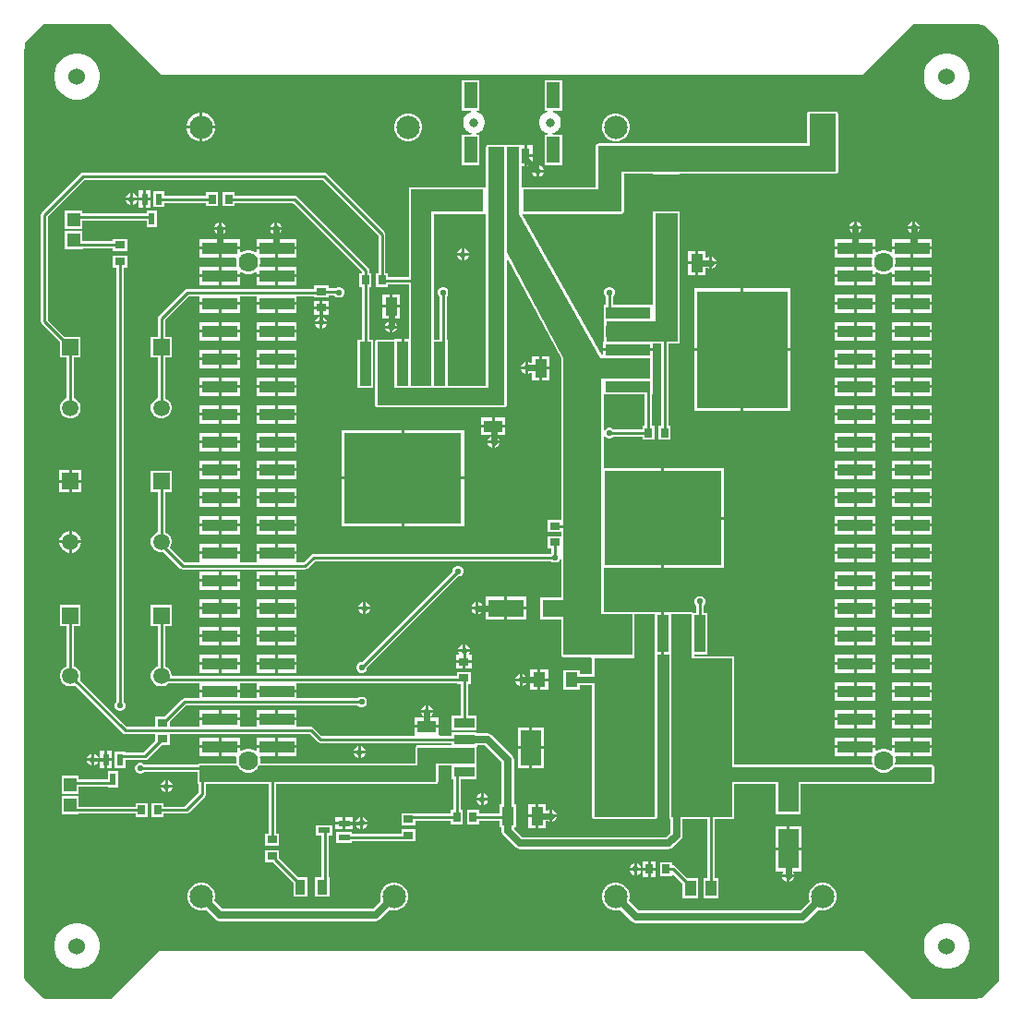
<source format=gtl>
G04*
G04 #@! TF.GenerationSoftware,Altium Limited,Altium Designer,24.0.1 (36)*
G04*
G04 Layer_Physical_Order=1*
G04 Layer_Color=255*
%FSLAX25Y25*%
%MOIN*%
G70*
G04*
G04 #@! TF.SameCoordinates,EC2407A8-7C3A-46FB-840E-4377B73232B9*
G04*
G04*
G04 #@! TF.FilePolarity,Positive*
G04*
G01*
G75*
%ADD12C,0.01000*%
%ADD13R,0.02756X0.03543*%
%ADD14R,0.04098X0.15898*%
%ADD15R,0.42299X0.32701*%
%ADD16R,0.06693X0.04331*%
%ADD17R,0.04331X0.06693*%
%ADD18R,0.03543X0.02756*%
%ADD19R,0.07480X0.03543*%
%ADD20R,0.07480X0.12598*%
%ADD21R,0.12598X0.06299*%
%ADD22R,0.15748X0.21654*%
%ADD23R,0.07284X0.14173*%
%ADD24R,0.12500X0.04488*%
%ADD25R,0.03937X0.13386*%
%ADD26R,0.42126X0.33858*%
%ADD27R,0.04331X0.02165*%
%ADD28R,0.04409X0.05394*%
%ADD29R,0.09449X0.08071*%
%ADD30R,0.08071X0.09449*%
%ADD31R,0.02165X0.04331*%
%ADD32R,0.03150X0.05512*%
%ADD33R,0.04724X0.09449*%
%ADD34R,0.03937X0.05709*%
%ADD35R,0.03543X0.05512*%
%ADD36R,0.15898X0.04098*%
%ADD37R,0.32701X0.42299*%
%ADD38R,0.04528X0.05118*%
%ADD72C,0.02300*%
%ADD73C,0.02800*%
%ADD74C,0.08445*%
%ADD75C,0.07008*%
%ADD76C,0.03150*%
%ADD77C,0.05941*%
%ADD78R,0.05941X0.05941*%
%ADD79C,0.06000*%
%ADD80C,0.02300*%
G36*
X-205667Y-1204D02*
X-205656Y-1202D01*
X-205645Y-1204D01*
X-183435D01*
X-165451Y-19189D01*
X-165060Y-19450D01*
X-164599Y-19542D01*
X-164599Y-19542D01*
X87401D01*
X87401Y-19542D01*
X87862Y-19450D01*
X88252Y-19189D01*
X106237Y-1204D01*
X128627Y-1192D01*
X129493Y-1195D01*
X131191Y-1537D01*
X132319Y-2008D01*
X136587Y-6276D01*
X137068Y-7445D01*
X137401Y-9145D01*
X137399Y-10011D01*
X137399Y-10013D01*
X137399Y-10014D01*
X137399Y-282636D01*
X137398Y-343833D01*
X137404Y-343864D01*
X137399Y-343896D01*
X137444Y-344761D01*
X137195Y-346476D01*
X137040Y-346912D01*
X131175Y-352776D01*
X129935Y-353090D01*
X129101Y-353133D01*
X105900D01*
X89052Y-336286D01*
X89052Y-336286D01*
X88662Y-336025D01*
X88201Y-335933D01*
X-165399D01*
X-165399Y-335933D01*
X-165860Y-336025D01*
X-166251Y-336286D01*
X-183098Y-353133D01*
X-205835Y-353128D01*
X-206697Y-353124D01*
X-207762Y-352906D01*
X-214362Y-346306D01*
X-214585Y-345153D01*
X-214581Y-344287D01*
X-214581Y-344284D01*
X-214581Y-344280D01*
X-214581Y-10375D01*
X-214540Y-10169D01*
X-214493Y-9942D01*
X-214489Y-9075D01*
X-214253Y-7922D01*
X-207758Y-1427D01*
X-206525Y-1189D01*
X-205667Y-1204D01*
D02*
G37*
%LPC*%
G36*
X119219Y-11913D02*
X117586D01*
X115985Y-12231D01*
X114477Y-12856D01*
X113119Y-13763D01*
X111965Y-14917D01*
X111058Y-16274D01*
X110433Y-17783D01*
X110115Y-19384D01*
Y-21016D01*
X110433Y-22617D01*
X111058Y-24126D01*
X111965Y-25483D01*
X113119Y-26637D01*
X114477Y-27544D01*
X115985Y-28169D01*
X117586Y-28488D01*
X119219D01*
X120820Y-28169D01*
X122328Y-27544D01*
X123685Y-26637D01*
X124839Y-25483D01*
X125746Y-24126D01*
X126371Y-22617D01*
X126690Y-21016D01*
Y-19384D01*
X126371Y-17783D01*
X125746Y-16274D01*
X124839Y-14917D01*
X123685Y-13763D01*
X122328Y-12856D01*
X120820Y-12231D01*
X119219Y-11913D01*
D02*
G37*
G36*
X-194769D02*
X-196401D01*
X-198002Y-12231D01*
X-199510Y-12856D01*
X-200868Y-13763D01*
X-202022Y-14917D01*
X-202929Y-16274D01*
X-203554Y-17783D01*
X-203872Y-19384D01*
Y-21016D01*
X-203554Y-22617D01*
X-202929Y-24126D01*
X-202022Y-25483D01*
X-200868Y-26637D01*
X-199510Y-27544D01*
X-198002Y-28169D01*
X-196401Y-28488D01*
X-194769D01*
X-193167Y-28169D01*
X-191659Y-27544D01*
X-190302Y-26637D01*
X-189148Y-25483D01*
X-188241Y-24126D01*
X-187616Y-22617D01*
X-187297Y-21016D01*
Y-19384D01*
X-187616Y-17783D01*
X-188241Y-16274D01*
X-189148Y-14917D01*
X-190302Y-13763D01*
X-191659Y-12856D01*
X-193167Y-12231D01*
X-194769Y-11913D01*
D02*
G37*
G36*
X-150119Y-33258D02*
X-150306D01*
Y-37980D01*
X-145584D01*
Y-37793D01*
X-145940Y-36464D01*
X-146627Y-35274D01*
X-147599Y-34301D01*
X-148790Y-33614D01*
X-150119Y-33258D01*
D02*
G37*
G36*
X-151306D02*
X-151494D01*
X-152822Y-33614D01*
X-154013Y-34301D01*
X-154985Y-35274D01*
X-155673Y-36464D01*
X-156029Y-37793D01*
Y-37980D01*
X-151306D01*
Y-33258D01*
D02*
G37*
G36*
X-540Y-33470D02*
X-1859D01*
X-3134Y-33812D01*
X-4276Y-34471D01*
X-5209Y-35404D01*
X-5868Y-36546D01*
X-6210Y-37821D01*
Y-39140D01*
X-5868Y-40414D01*
X-5209Y-41556D01*
X-4276Y-42489D01*
X-3134Y-43149D01*
X-1859Y-43490D01*
X-540D01*
X734Y-43149D01*
X1876Y-42489D01*
X2809Y-41556D01*
X3469Y-40414D01*
X3810Y-39140D01*
Y-37821D01*
X3469Y-36546D01*
X2809Y-35404D01*
X1876Y-34471D01*
X734Y-33812D01*
X-540Y-33470D01*
D02*
G37*
G36*
X-75343D02*
X-76663D01*
X-77937Y-33812D01*
X-79079Y-34471D01*
X-80012Y-35404D01*
X-80671Y-36546D01*
X-81013Y-37821D01*
Y-39140D01*
X-80671Y-40414D01*
X-80012Y-41556D01*
X-79079Y-42489D01*
X-77937Y-43149D01*
X-76663Y-43490D01*
X-75343D01*
X-74069Y-43149D01*
X-72927Y-42489D01*
X-71994Y-41556D01*
X-71335Y-40414D01*
X-70993Y-39140D01*
Y-37821D01*
X-71335Y-36546D01*
X-71994Y-35404D01*
X-72927Y-34471D01*
X-74069Y-33812D01*
X-75343Y-33470D01*
D02*
G37*
G36*
X-145584Y-38980D02*
X-150306D01*
Y-43703D01*
X-150119D01*
X-148790Y-43347D01*
X-147599Y-42659D01*
X-146627Y-41687D01*
X-145940Y-40496D01*
X-145584Y-39168D01*
Y-38980D01*
D02*
G37*
G36*
X-151306D02*
X-156029D01*
Y-39168D01*
X-155673Y-40496D01*
X-154985Y-41687D01*
X-154013Y-42659D01*
X-152822Y-43347D01*
X-151494Y-43703D01*
X-151306D01*
Y-38980D01*
D02*
G37*
G36*
X-30984Y-45052D02*
X-33059D01*
Y-48308D01*
X-30984D01*
Y-45052D01*
D02*
G37*
G36*
X-20527Y-21446D02*
X-26826D01*
Y-32469D01*
X-25839D01*
X-25773Y-32969D01*
X-26377Y-33131D01*
X-27275Y-33650D01*
X-28008Y-34383D01*
X-28526Y-35280D01*
X-28795Y-36282D01*
Y-37318D01*
X-28526Y-38320D01*
X-28008Y-39217D01*
X-27275Y-39950D01*
X-26377Y-40469D01*
X-25773Y-40631D01*
X-25839Y-41131D01*
X-26826D01*
Y-52154D01*
X-20527D01*
Y-41131D01*
X-23877D01*
X-23943Y-40631D01*
X-23338Y-40469D01*
X-22440Y-39950D01*
X-21707Y-39217D01*
X-21189Y-38320D01*
X-20921Y-37318D01*
Y-36282D01*
X-21189Y-35280D01*
X-21707Y-34383D01*
X-22440Y-33650D01*
X-23338Y-33131D01*
X-23943Y-32969D01*
X-23877Y-32469D01*
X-20527D01*
Y-21446D01*
D02*
G37*
G36*
X-50291D02*
X-56590D01*
Y-32469D01*
X-53240D01*
X-53174Y-32969D01*
X-53779Y-33131D01*
X-54677Y-33650D01*
X-55410Y-34383D01*
X-55928Y-35280D01*
X-56196Y-36282D01*
Y-37318D01*
X-55928Y-38320D01*
X-55410Y-39217D01*
X-54677Y-39950D01*
X-53779Y-40469D01*
X-53174Y-40631D01*
X-53240Y-41131D01*
X-56590D01*
Y-52154D01*
X-50291D01*
Y-41131D01*
X-51278D01*
X-51344Y-40631D01*
X-50740Y-40469D01*
X-49842Y-39950D01*
X-49109Y-39217D01*
X-48591Y-38320D01*
X-48322Y-37318D01*
Y-36282D01*
X-48591Y-35280D01*
X-49109Y-34383D01*
X-49842Y-33650D01*
X-50740Y-33131D01*
X-51344Y-32969D01*
X-51278Y-32469D01*
X-50291D01*
Y-21446D01*
D02*
G37*
G36*
X78369Y-32797D02*
X68800D01*
X68493Y-32858D01*
X68232Y-33032D01*
X68058Y-33293D01*
X67997Y-33600D01*
Y-44374D01*
X-7512D01*
X-7819Y-44435D01*
X-8080Y-44609D01*
X-8254Y-44869D01*
X-8315Y-45177D01*
Y-60172D01*
X-23999D01*
Y-60154D01*
X-34697D01*
X-35023Y-60154D01*
X-35197Y-59726D01*
Y-52564D01*
X-34058D01*
Y-48808D01*
Y-45052D01*
X-35417D01*
X-35432Y-45030D01*
X-35693Y-44856D01*
X-36000Y-44795D01*
X-40536D01*
X-40843Y-44856D01*
X-40944Y-44923D01*
X-41044Y-44856D01*
X-41351Y-44795D01*
X-47108D01*
X-47415Y-44856D01*
X-47676Y-45030D01*
X-47850Y-45290D01*
X-47911Y-45597D01*
Y-60148D01*
X-48409Y-60154D01*
Y-60154D01*
X-59432D01*
Y-60172D01*
X-74990D01*
X-75297Y-60233D01*
X-75558Y-60408D01*
X-75732Y-60668D01*
X-75793Y-60975D01*
Y-78578D01*
Y-92594D01*
X-83385D01*
Y-91193D01*
X-84238D01*
Y-77101D01*
X-84338Y-76598D01*
X-84622Y-76173D01*
X-105523Y-55272D01*
X-105949Y-54987D01*
X-106451Y-54887D01*
X-193400D01*
X-193902Y-54987D01*
X-194328Y-55272D01*
X-208259Y-69202D01*
X-208543Y-69628D01*
X-208643Y-70131D01*
Y-108669D01*
X-208543Y-109172D01*
X-208259Y-109598D01*
X-201758Y-116098D01*
Y-121758D01*
X-199313D01*
Y-136272D01*
X-199451Y-136309D01*
X-200307Y-136804D01*
X-201007Y-137504D01*
X-201502Y-138361D01*
X-201758Y-139316D01*
Y-140306D01*
X-201502Y-141261D01*
X-201007Y-142118D01*
X-200307Y-142818D01*
X-199451Y-143313D01*
X-198495Y-143569D01*
X-197505D01*
X-196549Y-143313D01*
X-195693Y-142818D01*
X-194993Y-142118D01*
X-194498Y-141261D01*
X-194242Y-140306D01*
Y-139316D01*
X-194498Y-138361D01*
X-194993Y-137504D01*
X-195693Y-136804D01*
X-196549Y-136309D01*
X-196687Y-136272D01*
Y-121758D01*
X-194242D01*
Y-114242D01*
X-199901D01*
X-206018Y-108126D01*
Y-70674D01*
X-192856Y-57513D01*
X-106995D01*
X-86863Y-77644D01*
Y-91193D01*
X-87716D01*
Y-96311D01*
X-83385D01*
Y-95219D01*
X-75793D01*
Y-115030D01*
X-77517D01*
Y-123979D01*
X-78517D01*
Y-115030D01*
X-81066D01*
Y-115224D01*
X-87163D01*
X-87260Y-115243D01*
X-87555D01*
Y-115341D01*
X-87731Y-115459D01*
X-87905Y-115719D01*
X-87966Y-116026D01*
Y-138831D01*
X-87905Y-139139D01*
X-87731Y-139399D01*
X-87470Y-139573D01*
X-87163Y-139634D01*
X-41351D01*
X-41044Y-139573D01*
X-40783Y-139399D01*
X-40609Y-139139D01*
X-40548Y-138831D01*
Y-86440D01*
X-40063Y-86317D01*
X-20780Y-121994D01*
Y-127020D01*
Y-129223D01*
Y-180298D01*
X-25632D01*
Y-184629D01*
X-20780D01*
Y-186204D01*
X-25632D01*
Y-190534D01*
X-24386D01*
Y-192391D01*
X-24500Y-192506D01*
X-110203Y-192506D01*
X-110705Y-192605D01*
X-111131Y-192890D01*
X-111137Y-192898D01*
X-113774Y-195535D01*
X-115824D01*
X-116287Y-195444D01*
X-116287Y-195035D01*
Y-192700D01*
X-123537D01*
X-130787D01*
X-130787Y-195444D01*
X-131249Y-195535D01*
X-136316D01*
X-136779Y-195444D01*
X-136779Y-195035D01*
Y-192700D01*
X-144029D01*
X-151279D01*
X-151279Y-195444D01*
X-151741Y-195535D01*
X-157009D01*
X-162132Y-190412D01*
X-161698Y-189662D01*
X-161442Y-188706D01*
Y-187716D01*
X-161698Y-186760D01*
X-162193Y-185904D01*
X-162893Y-185204D01*
X-163750Y-184709D01*
X-163775Y-184703D01*
Y-170158D01*
X-161442D01*
Y-162642D01*
X-168958D01*
Y-170158D01*
X-166400D01*
Y-184642D01*
X-166650Y-184709D01*
X-167507Y-185204D01*
X-168207Y-185904D01*
X-168702Y-186760D01*
X-168958Y-187716D01*
Y-188706D01*
X-168702Y-189662D01*
X-168207Y-190518D01*
X-167507Y-191218D01*
X-166650Y-191713D01*
X-165695Y-191969D01*
X-164705D01*
X-164376Y-191881D01*
X-158481Y-197775D01*
X-158055Y-198060D01*
X-157553Y-198160D01*
X-113230D01*
X-112727Y-198060D01*
X-112302Y-197775D01*
X-109657Y-195131D01*
X-24500Y-195131D01*
X-24171Y-195461D01*
X-23459Y-195756D01*
X-22688D01*
X-21976Y-195461D01*
X-21431Y-194916D01*
X-21280Y-194552D01*
X-20780Y-194651D01*
Y-208260D01*
X-28235D01*
Y-216134D01*
X-20780D01*
Y-229026D01*
X-20719Y-229333D01*
X-20545Y-229593D01*
X-20284Y-229767D01*
X-19977Y-229829D01*
X-10023D01*
X-9603Y-230247D01*
Y-236025D01*
X-13948D01*
Y-234516D01*
X-19932D01*
Y-241484D01*
X-13948D01*
Y-239975D01*
X-9603D01*
Y-287632D01*
X-9542Y-287939D01*
X-9368Y-288199D01*
X-9107Y-288373D01*
X-8800Y-288434D01*
X13012D01*
X13319Y-288373D01*
X13580Y-288199D01*
X13754Y-287939D01*
X13815Y-287632D01*
Y-229026D01*
X15386D01*
Y-221333D01*
Y-213640D01*
X13227D01*
X13012Y-213597D01*
X5600D01*
X5293Y-213658D01*
X5226Y-213703D01*
X5199Y-213684D01*
X5108Y-213609D01*
X5070Y-213598D01*
X5037Y-213576D01*
X4921Y-213553D01*
X4808Y-213519D01*
X4769Y-213522D01*
X4729Y-213515D01*
X-5500D01*
Y-197530D01*
X15387D01*
Y-179601D01*
Y-161671D01*
X-5500D01*
Y-150250D01*
X-5213Y-150124D01*
X-5000Y-150097D01*
X-4501Y-150596D01*
X-3789Y-150891D01*
X-3018D01*
X-2306Y-150596D01*
X-1976Y-150266D01*
X8484D01*
Y-151344D01*
X12815D01*
Y-146225D01*
X11962D01*
Y-135074D01*
X12123D01*
Y-129401D01*
X12123D01*
X12116Y-129393D01*
X12149Y-129223D01*
Y-121885D01*
X12335D01*
Y-119336D01*
X-5562D01*
Y-120988D01*
X-6167D01*
X-34883Y-70299D01*
X-34592Y-69799D01*
X-34378D01*
X-34249Y-69825D01*
X997D01*
X1304Y-69764D01*
X1564Y-69590D01*
X1738Y-69330D01*
X1799Y-69022D01*
Y-55418D01*
X12345D01*
Y-55513D01*
X21991D01*
Y-55418D01*
X78369D01*
X78676Y-55357D01*
X78937Y-55183D01*
X79111Y-54923D01*
X79172Y-54615D01*
Y-33600D01*
X79111Y-33293D01*
X78937Y-33032D01*
X78676Y-32858D01*
X78369Y-32797D01*
D02*
G37*
G36*
X-28800Y-52180D02*
Y-53800D01*
X-27180D01*
X-27477Y-53082D01*
X-28082Y-52477D01*
X-28800Y-52180D01*
D02*
G37*
G36*
X-30984Y-49308D02*
X-33059D01*
Y-52564D01*
X-31312Y-52564D01*
X-31311Y-52564D01*
X-31104Y-53064D01*
X-31123Y-53082D01*
X-31420Y-53800D01*
X-29800D01*
Y-52180D01*
X-30518Y-52477D01*
X-30984Y-52236D01*
X-30984Y-52200D01*
Y-49308D01*
D02*
G37*
G36*
X-27180Y-54800D02*
X-28800D01*
Y-56420D01*
X-28082Y-56123D01*
X-27477Y-55518D01*
X-27180Y-54800D01*
D02*
G37*
G36*
X-29800D02*
X-31420D01*
X-31123Y-55518D01*
X-30518Y-56123D01*
X-29800Y-56420D01*
Y-54800D01*
D02*
G37*
G36*
X-169109Y-61291D02*
X-170691D01*
Y-63957D01*
X-169109D01*
Y-61291D01*
D02*
G37*
G36*
X-171691D02*
X-173274D01*
Y-63957D01*
X-171691D01*
Y-61291D01*
D02*
G37*
G36*
X-175500Y-62337D02*
Y-63957D01*
X-173880D01*
X-174177Y-63239D01*
X-174782Y-62634D01*
X-175500Y-62337D01*
D02*
G37*
G36*
X-176500D02*
X-177218Y-62634D01*
X-177823Y-63239D01*
X-178120Y-63957D01*
X-176500D01*
Y-62337D01*
D02*
G37*
G36*
X-173880Y-64957D02*
X-175500D01*
Y-66577D01*
X-174782Y-66279D01*
X-174177Y-65675D01*
X-173880Y-64957D01*
D02*
G37*
G36*
X-176500D02*
X-178120D01*
X-177823Y-65675D01*
X-177218Y-66279D01*
X-176500Y-66577D01*
Y-64957D01*
D02*
G37*
G36*
X-164203Y-61504D02*
X-167943D01*
Y-67409D01*
X-164203D01*
Y-65821D01*
X-148903D01*
Y-67016D01*
X-144572D01*
Y-61898D01*
X-148903D01*
Y-63196D01*
X-164203D01*
Y-61504D01*
D02*
G37*
G36*
X-169109Y-64957D02*
X-170691D01*
Y-67622D01*
X-169109D01*
Y-64957D01*
D02*
G37*
G36*
X-171691D02*
X-173274D01*
Y-67622D01*
X-171691D01*
Y-64957D01*
D02*
G37*
G36*
X85892Y-72508D02*
Y-74128D01*
X87512D01*
X87215Y-73410D01*
X86610Y-72806D01*
X85892Y-72508D01*
D02*
G37*
G36*
X84892D02*
X84174Y-72806D01*
X83569Y-73410D01*
X83272Y-74128D01*
X84892D01*
Y-72508D01*
D02*
G37*
G36*
X106956Y-72618D02*
Y-74238D01*
X108576D01*
X108279Y-73520D01*
X107674Y-72915D01*
X106956Y-72618D01*
D02*
G37*
G36*
X105956D02*
X105238Y-72915D01*
X104633Y-73520D01*
X104336Y-74238D01*
X105956D01*
Y-72618D01*
D02*
G37*
G36*
X-193822Y-68455D02*
X-199924D01*
Y-75148D01*
X-193822D01*
Y-72113D01*
X-170502D01*
Y-74496D01*
X-166762D01*
Y-68591D01*
X-170502D01*
Y-69487D01*
X-193822D01*
Y-68455D01*
D02*
G37*
G36*
X-143529Y-72890D02*
Y-74510D01*
X-141909D01*
X-142206Y-73792D01*
X-142811Y-73187D01*
X-143529Y-72890D01*
D02*
G37*
G36*
X-144529D02*
X-145247Y-73187D01*
X-145852Y-73792D01*
X-146149Y-74510D01*
X-144529D01*
Y-72890D01*
D02*
G37*
G36*
X-123233Y-72899D02*
Y-74519D01*
X-121613D01*
X-121911Y-73801D01*
X-122515Y-73196D01*
X-123233Y-72899D01*
D02*
G37*
G36*
X-124233D02*
X-124951Y-73196D01*
X-125556Y-73801D01*
X-125853Y-74519D01*
X-124233D01*
Y-72899D01*
D02*
G37*
G36*
X87512Y-75128D02*
X85892D01*
Y-76748D01*
X86610Y-76451D01*
X87215Y-75846D01*
X87512Y-75128D01*
D02*
G37*
G36*
X84892D02*
X83272D01*
X83569Y-75846D01*
X84174Y-76451D01*
X84892Y-76748D01*
Y-75128D01*
D02*
G37*
G36*
X108576Y-75238D02*
X106956D01*
Y-76858D01*
X107674Y-76560D01*
X108279Y-75955D01*
X108576Y-75238D01*
D02*
G37*
G36*
X105956D02*
X104336D01*
X104633Y-75955D01*
X105238Y-76560D01*
X105956Y-76858D01*
Y-75238D01*
D02*
G37*
G36*
X-141909Y-75510D02*
X-143529D01*
Y-77130D01*
X-142811Y-76832D01*
X-142206Y-76227D01*
X-141909Y-75510D01*
D02*
G37*
G36*
X-144529D02*
X-146149D01*
X-145852Y-76227D01*
X-145247Y-76832D01*
X-144529Y-77130D01*
Y-75510D01*
D02*
G37*
G36*
X-121613Y-75519D02*
X-123233D01*
Y-77139D01*
X-122515Y-76841D01*
X-121911Y-76237D01*
X-121613Y-75519D01*
D02*
G37*
G36*
X-124233D02*
X-125853D01*
X-125556Y-76237D01*
X-124951Y-76841D01*
X-124233Y-77139D01*
Y-75519D01*
D02*
G37*
G36*
X113097Y-78956D02*
X106347D01*
Y-81700D01*
X113097D01*
Y-78956D01*
D02*
G37*
G36*
X105347D02*
X98597D01*
Y-81700D01*
X105347D01*
Y-78956D01*
D02*
G37*
G36*
X-136779D02*
X-143529D01*
Y-81700D01*
X-136779D01*
Y-78956D01*
D02*
G37*
G36*
X-144529D02*
X-151279D01*
Y-81700D01*
X-144529D01*
Y-78956D01*
D02*
G37*
G36*
X-116287D02*
X-123037D01*
Y-81700D01*
X-116287D01*
Y-78956D01*
D02*
G37*
G36*
X-124037D02*
X-130787D01*
Y-81700D01*
X-124037D01*
Y-78956D01*
D02*
G37*
G36*
X92605D02*
X85855D01*
Y-81700D01*
X92605D01*
Y-78956D01*
D02*
G37*
G36*
X84855D02*
X78105D01*
Y-81700D01*
X84855D01*
Y-78956D01*
D02*
G37*
G36*
X-193822Y-75935D02*
X-199924D01*
Y-82628D01*
X-193822D01*
Y-82607D01*
X-193467Y-82255D01*
X-182599Y-82340D01*
Y-83213D01*
X-177481D01*
Y-78882D01*
X-182599D01*
Y-79360D01*
X-182954Y-79712D01*
X-193822Y-79627D01*
Y-75935D01*
D02*
G37*
G36*
X105347Y-82700D02*
X98597D01*
Y-83480D01*
X98097Y-83687D01*
X97256Y-83201D01*
X96164Y-82909D01*
X95034D01*
X93943Y-83201D01*
X93105Y-83685D01*
X92605Y-83475D01*
Y-82700D01*
X85855D01*
Y-85444D01*
X91110D01*
X91493Y-85944D01*
X91308Y-86635D01*
Y-87765D01*
X91493Y-88456D01*
X91110Y-88956D01*
X85855D01*
Y-91700D01*
X92605D01*
Y-90925D01*
X93105Y-90715D01*
X93943Y-91199D01*
X95034Y-91491D01*
X96164D01*
X97256Y-91199D01*
X98097Y-90713D01*
X98597Y-90920D01*
Y-91700D01*
X105347D01*
Y-88956D01*
X100089D01*
X99706Y-88456D01*
X99891Y-87765D01*
Y-86635D01*
X99706Y-85944D01*
X100089Y-85444D01*
X105347D01*
Y-82700D01*
D02*
G37*
G36*
X113097D02*
X106347D01*
Y-85444D01*
X113097D01*
Y-82700D01*
D02*
G37*
G36*
X84855Y-82700D02*
X78105D01*
Y-85444D01*
X84855D01*
Y-82700D01*
D02*
G37*
G36*
X-116287Y-82700D02*
X-123037D01*
Y-85444D01*
X-116287D01*
Y-82700D01*
D02*
G37*
G36*
X-144529Y-82700D02*
X-151279D01*
Y-85444D01*
X-144529D01*
Y-82700D01*
D02*
G37*
G36*
X27636Y-83148D02*
X24971D01*
Y-86994D01*
X27636D01*
Y-83148D01*
D02*
G37*
G36*
X33684Y-85416D02*
Y-87036D01*
X35304D01*
X35007Y-86318D01*
X34402Y-85713D01*
X33684Y-85416D01*
D02*
G37*
G36*
X35304Y-88036D02*
X33684D01*
Y-89656D01*
X34402Y-89359D01*
X35007Y-88754D01*
X35304Y-88036D01*
D02*
G37*
G36*
X31301Y-83148D02*
X28636D01*
Y-87494D01*
Y-91840D01*
X31301D01*
Y-89400D01*
X31801Y-89193D01*
X31966Y-89359D01*
X32684Y-89656D01*
Y-87536D01*
Y-85416D01*
X31966Y-85713D01*
X31801Y-85878D01*
X31301Y-85671D01*
Y-83148D01*
D02*
G37*
G36*
X113097Y-88956D02*
X106347D01*
Y-91700D01*
X113097D01*
Y-88956D01*
D02*
G37*
G36*
X-144529D02*
X-151279D01*
Y-91700D01*
X-144529D01*
Y-88956D01*
D02*
G37*
G36*
X-116287D02*
X-123037D01*
Y-91700D01*
X-116287D01*
Y-88956D01*
D02*
G37*
G36*
X-136779Y-82700D02*
X-143529D01*
Y-85444D01*
X-138275D01*
X-137891Y-85944D01*
X-138076Y-86635D01*
Y-87765D01*
X-137891Y-88456D01*
X-138275Y-88956D01*
X-143529D01*
Y-91700D01*
X-136779D01*
Y-90925D01*
X-136279Y-90715D01*
X-135441Y-91199D01*
X-134350Y-91491D01*
X-133220D01*
X-132128Y-91199D01*
X-131287Y-90713D01*
X-130787Y-90920D01*
Y-91700D01*
X-124037D01*
Y-88956D01*
X-129295D01*
X-129679Y-88456D01*
X-129493Y-87765D01*
Y-86635D01*
X-129679Y-85944D01*
X-129295Y-85444D01*
X-124037D01*
Y-82700D01*
X-130787D01*
Y-83480D01*
X-131287Y-83687D01*
X-132128Y-83201D01*
X-133220Y-82909D01*
X-134350D01*
X-135441Y-83201D01*
X-136279Y-83685D01*
X-136779Y-83475D01*
Y-82700D01*
D02*
G37*
G36*
X84855Y-88956D02*
X78105D01*
Y-91700D01*
X84855D01*
Y-88956D01*
D02*
G37*
G36*
X27636Y-87994D02*
X24971D01*
Y-91840D01*
X27636D01*
Y-87994D01*
D02*
G37*
G36*
X113097Y-92700D02*
X106347D01*
Y-95444D01*
X113097D01*
Y-92700D01*
D02*
G37*
G36*
X105347D02*
X98597D01*
Y-95444D01*
X105347D01*
Y-92700D01*
D02*
G37*
G36*
X92605Y-92700D02*
X85855D01*
Y-95444D01*
X92605D01*
Y-92700D01*
D02*
G37*
G36*
X84855D02*
X78105D01*
Y-95444D01*
X84855D01*
Y-92700D01*
D02*
G37*
G36*
X-116287Y-92700D02*
X-123037D01*
Y-95444D01*
X-116287D01*
Y-92700D01*
D02*
G37*
G36*
X-124037D02*
X-130787D01*
Y-95444D01*
X-124037D01*
Y-92700D01*
D02*
G37*
G36*
X-136779Y-92700D02*
X-143529D01*
Y-95444D01*
X-136779D01*
Y-92700D01*
D02*
G37*
G36*
X-144529D02*
X-151279D01*
Y-95444D01*
X-144529D01*
Y-92700D01*
D02*
G37*
G36*
X-104863Y-95682D02*
X-109981D01*
Y-96855D01*
X-155832D01*
X-156334Y-96955D01*
X-156760Y-97240D01*
X-166128Y-106608D01*
X-166413Y-107034D01*
X-166513Y-107536D01*
Y-114242D01*
X-168958D01*
Y-121758D01*
X-166513D01*
Y-136272D01*
X-166650Y-136309D01*
X-167507Y-136804D01*
X-168207Y-137504D01*
X-168702Y-138361D01*
X-168958Y-139316D01*
Y-140306D01*
X-168702Y-141261D01*
X-168207Y-142118D01*
X-167507Y-142818D01*
X-166650Y-143313D01*
X-165695Y-143569D01*
X-164705D01*
X-163750Y-143313D01*
X-162893Y-142818D01*
X-162193Y-142118D01*
X-161698Y-141261D01*
X-161442Y-140306D01*
Y-139316D01*
X-161698Y-138361D01*
X-162193Y-137504D01*
X-162893Y-136804D01*
X-163750Y-136309D01*
X-163887Y-136272D01*
Y-121758D01*
X-161442D01*
Y-114242D01*
X-163887D01*
Y-108080D01*
X-155288Y-99481D01*
X-151279D01*
Y-101700D01*
X-144029D01*
X-136779D01*
Y-99481D01*
X-130787D01*
Y-101700D01*
X-123537D01*
X-116287D01*
Y-99481D01*
X-109981D01*
Y-100013D01*
X-104863D01*
Y-99308D01*
X-102585D01*
X-102107Y-99786D01*
X-101395Y-100081D01*
X-100624D01*
X-99912Y-99786D01*
X-99367Y-99241D01*
X-99072Y-98529D01*
Y-97759D01*
X-99367Y-97046D01*
X-99912Y-96501D01*
X-100624Y-96206D01*
X-101395D01*
X-102107Y-96501D01*
X-102289Y-96683D01*
X-104863D01*
Y-95682D01*
D02*
G37*
G36*
X113097Y-98956D02*
X106347D01*
Y-101700D01*
X113097D01*
Y-98956D01*
D02*
G37*
G36*
X105347D02*
X98597D01*
Y-101700D01*
X105347D01*
Y-98956D01*
D02*
G37*
G36*
X92605D02*
X85855D01*
Y-101700D01*
X92605D01*
Y-98956D01*
D02*
G37*
G36*
X84855D02*
X78105D01*
Y-101700D01*
X84855D01*
Y-98956D01*
D02*
G37*
G36*
X21991Y-68899D02*
X12345D01*
Y-79922D01*
X12397D01*
Y-102212D01*
X12123Y-102598D01*
X-2091D01*
Y-99571D01*
X-1761Y-99241D01*
X-1466Y-98529D01*
Y-97759D01*
X-1761Y-97046D01*
X-2306Y-96501D01*
X-3018Y-96206D01*
X-3789D01*
X-4501Y-96501D01*
X-5046Y-97046D01*
X-5341Y-97759D01*
Y-98529D01*
X-5046Y-99241D01*
X-4716Y-99571D01*
Y-102598D01*
X-5350D01*
Y-108271D01*
X-5350D01*
X-5313Y-108317D01*
X-5346Y-108484D01*
Y-109299D01*
X-5350D01*
Y-114972D01*
X-5346D01*
Y-115787D01*
X-5562D01*
Y-118336D01*
X12335D01*
Y-116590D01*
X15243D01*
Y-146225D01*
X14390D01*
Y-151344D01*
X18721D01*
Y-146225D01*
X17868D01*
Y-116590D01*
X21246D01*
X21553Y-116529D01*
X21814Y-116355D01*
X21988Y-116094D01*
X22049Y-115787D01*
Y-69777D01*
X21991Y-69484D01*
Y-68899D01*
D02*
G37*
G36*
X-78953Y-98773D02*
X-81618D01*
Y-102620D01*
X-78953D01*
Y-98773D01*
D02*
G37*
G36*
X-82618D02*
X-85283D01*
Y-102620D01*
X-82618D01*
Y-98773D01*
D02*
G37*
G36*
X-104650Y-101375D02*
X-106922D01*
Y-103253D01*
X-104650D01*
Y-101375D01*
D02*
G37*
G36*
X-107922D02*
X-110194D01*
Y-103253D01*
X-107922D01*
Y-101375D01*
D02*
G37*
G36*
X113097Y-102700D02*
X106347D01*
Y-105444D01*
X113097D01*
Y-102700D01*
D02*
G37*
G36*
X105347D02*
X98597D01*
Y-105444D01*
X105347D01*
Y-102700D01*
D02*
G37*
G36*
X92605Y-102700D02*
X85855D01*
Y-105444D01*
X92605D01*
Y-102700D01*
D02*
G37*
G36*
X84855D02*
X78105D01*
Y-105444D01*
X84855D01*
Y-102700D01*
D02*
G37*
G36*
X-116287Y-102700D02*
X-123037D01*
Y-105444D01*
X-116287D01*
Y-102700D01*
D02*
G37*
G36*
X-124037D02*
X-130787D01*
Y-105444D01*
X-124037D01*
Y-102700D01*
D02*
G37*
G36*
X-136779Y-102700D02*
X-143529D01*
Y-105444D01*
X-136779D01*
Y-102700D01*
D02*
G37*
G36*
X-144529D02*
X-151279D01*
Y-105444D01*
X-144529D01*
Y-102700D01*
D02*
G37*
G36*
X-104650Y-104253D02*
X-106922D01*
Y-106131D01*
X-104650D01*
Y-104253D01*
D02*
G37*
G36*
X-107922D02*
X-110194D01*
Y-106131D01*
X-107922D01*
Y-104253D01*
D02*
G37*
G36*
X-78953Y-103620D02*
X-81618D01*
Y-107466D01*
X-78953D01*
Y-103620D01*
D02*
G37*
G36*
X-82618D02*
X-85283D01*
Y-107466D01*
X-82618D01*
Y-103620D01*
D02*
G37*
G36*
X-106985Y-106957D02*
Y-108577D01*
X-105365D01*
X-105663Y-107859D01*
X-106267Y-107254D01*
X-106985Y-106957D01*
D02*
G37*
G36*
X-107985D02*
X-108703Y-107254D01*
X-109308Y-107859D01*
X-109605Y-108577D01*
X-107985D01*
Y-106957D01*
D02*
G37*
G36*
X-81778Y-108481D02*
Y-110101D01*
X-80158D01*
X-80455Y-109383D01*
X-81060Y-108779D01*
X-81778Y-108481D01*
D02*
G37*
G36*
X-82778D02*
X-83496Y-108779D01*
X-84100Y-109383D01*
X-84398Y-110101D01*
X-82778D01*
Y-108481D01*
D02*
G37*
G36*
X-105365Y-109577D02*
X-106985D01*
Y-111197D01*
X-106267Y-110900D01*
X-105663Y-110295D01*
X-105365Y-109577D01*
D02*
G37*
G36*
X-107985D02*
X-109605D01*
X-109308Y-110295D01*
X-108703Y-110900D01*
X-107985Y-111197D01*
Y-109577D01*
D02*
G37*
G36*
X113097Y-108956D02*
X106347D01*
Y-111700D01*
X113097D01*
Y-108956D01*
D02*
G37*
G36*
X105347D02*
X98597D01*
Y-111700D01*
X105347D01*
Y-108956D01*
D02*
G37*
G36*
X-136779D02*
X-143529D01*
Y-111700D01*
X-136779D01*
Y-108956D01*
D02*
G37*
G36*
X-144529D02*
X-151279D01*
Y-111700D01*
X-144529D01*
Y-108956D01*
D02*
G37*
G36*
X-116287D02*
X-123037D01*
Y-111700D01*
X-116287D01*
Y-108956D01*
D02*
G37*
G36*
X-124037D02*
X-130787D01*
Y-111700D01*
X-124037D01*
Y-108956D01*
D02*
G37*
G36*
X92605D02*
X85855D01*
Y-111700D01*
X92605D01*
Y-108956D01*
D02*
G37*
G36*
X84855D02*
X78105D01*
Y-111700D01*
X84855D01*
Y-108956D01*
D02*
G37*
G36*
X-80158Y-111101D02*
X-81778D01*
Y-112721D01*
X-81060Y-112424D01*
X-80455Y-111819D01*
X-80158Y-111101D01*
D02*
G37*
G36*
X-82778D02*
X-84398D01*
X-84100Y-111819D01*
X-83496Y-112424D01*
X-82778Y-112721D01*
Y-111101D01*
D02*
G37*
G36*
X113097Y-112700D02*
X106347D01*
Y-115444D01*
X113097D01*
Y-112700D01*
D02*
G37*
G36*
X105347D02*
X98597D01*
Y-115444D01*
X105347D01*
Y-112700D01*
D02*
G37*
G36*
X92605Y-112700D02*
X85855D01*
Y-115444D01*
X92605D01*
Y-112700D01*
D02*
G37*
G36*
X84855D02*
X78105D01*
Y-115444D01*
X84855D01*
Y-112700D01*
D02*
G37*
G36*
X-116287Y-112700D02*
X-123037D01*
Y-115444D01*
X-116287D01*
Y-112700D01*
D02*
G37*
G36*
X-124037D02*
X-130787D01*
Y-115444D01*
X-124037D01*
Y-112700D01*
D02*
G37*
G36*
X-136779Y-112700D02*
X-143529D01*
Y-115444D01*
X-136779D01*
Y-112700D01*
D02*
G37*
G36*
X-144529D02*
X-151279D01*
Y-115444D01*
X-144529D01*
Y-112700D01*
D02*
G37*
G36*
X61886Y-96687D02*
X45036D01*
Y-118336D01*
X61886D01*
Y-96687D01*
D02*
G37*
G36*
X44036D02*
X27186D01*
Y-118336D01*
X44036D01*
Y-96687D01*
D02*
G37*
G36*
X113097Y-118956D02*
X106347D01*
Y-121700D01*
X113097D01*
Y-118956D01*
D02*
G37*
G36*
X105347D02*
X98597D01*
Y-121700D01*
X105347D01*
Y-118956D01*
D02*
G37*
G36*
X-136779D02*
X-143529D01*
Y-121700D01*
X-136779D01*
Y-118956D01*
D02*
G37*
G36*
X-144529D02*
X-151279D01*
Y-121700D01*
X-144529D01*
Y-118956D01*
D02*
G37*
G36*
X-116287D02*
X-123037D01*
Y-121700D01*
X-116287D01*
Y-118956D01*
D02*
G37*
G36*
X-124037D02*
X-130787D01*
Y-121700D01*
X-124037D01*
Y-118956D01*
D02*
G37*
G36*
X92605D02*
X85855D01*
Y-121700D01*
X92605D01*
Y-118956D01*
D02*
G37*
G36*
X84855D02*
X78105D01*
Y-121700D01*
X84855D01*
Y-118956D01*
D02*
G37*
G36*
X-28633Y-121160D02*
X-31299D01*
Y-123559D01*
X-31799Y-123766D01*
X-31982Y-123583D01*
X-32700Y-123286D01*
Y-125406D01*
Y-127526D01*
X-31982Y-127228D01*
X-31799Y-127045D01*
X-31299Y-127252D01*
Y-129853D01*
X-28633D01*
Y-125507D01*
Y-121160D01*
D02*
G37*
G36*
X-33700Y-123286D02*
X-34418Y-123583D01*
X-35023Y-124188D01*
X-35320Y-124906D01*
X-33700D01*
Y-123286D01*
D02*
G37*
G36*
X-24968Y-121160D02*
X-27634D01*
Y-125007D01*
X-24968D01*
Y-121160D01*
D02*
G37*
G36*
X113097Y-122700D02*
X106347D01*
Y-125444D01*
X113097D01*
Y-122700D01*
D02*
G37*
G36*
X105347D02*
X98597D01*
Y-125444D01*
X105347D01*
Y-122700D01*
D02*
G37*
G36*
X92605Y-122700D02*
X85855D01*
Y-125444D01*
X92605D01*
Y-122700D01*
D02*
G37*
G36*
X84855D02*
X78105D01*
Y-125444D01*
X84855D01*
Y-122700D01*
D02*
G37*
G36*
X-116287Y-122700D02*
X-123037D01*
Y-125444D01*
X-116287D01*
Y-122700D01*
D02*
G37*
G36*
X-124037D02*
X-130787D01*
Y-125444D01*
X-124037D01*
Y-122700D01*
D02*
G37*
G36*
X-136779Y-122700D02*
X-143529D01*
Y-125444D01*
X-136779D01*
Y-122700D01*
D02*
G37*
G36*
X-144529D02*
X-151279D01*
Y-125444D01*
X-144529D01*
Y-122700D01*
D02*
G37*
G36*
X-33700Y-125906D02*
X-35320D01*
X-35023Y-126624D01*
X-34418Y-127228D01*
X-33700Y-127526D01*
Y-125906D01*
D02*
G37*
G36*
X-24968Y-126007D02*
X-27634D01*
Y-129853D01*
X-24968D01*
Y-126007D01*
D02*
G37*
G36*
X113097Y-128956D02*
X106347D01*
Y-131700D01*
X113097D01*
Y-128956D01*
D02*
G37*
G36*
X105347D02*
X98597D01*
Y-131700D01*
X105347D01*
Y-128956D01*
D02*
G37*
G36*
X-136779D02*
X-143529D01*
Y-131700D01*
X-136779D01*
Y-128956D01*
D02*
G37*
G36*
X-144529D02*
X-151279D01*
Y-131700D01*
X-144529D01*
Y-128956D01*
D02*
G37*
G36*
X-116287D02*
X-123037D01*
Y-131700D01*
X-116287D01*
Y-128956D01*
D02*
G37*
G36*
X-124037D02*
X-130787D01*
Y-131700D01*
X-124037D01*
Y-128956D01*
D02*
G37*
G36*
X92605D02*
X85855D01*
Y-131700D01*
X92605D01*
Y-128956D01*
D02*
G37*
G36*
X84855D02*
X78105D01*
Y-131700D01*
X84855D01*
Y-128956D01*
D02*
G37*
G36*
X-138667Y-61898D02*
X-142997D01*
Y-67016D01*
X-138667D01*
Y-65821D01*
X-117635D01*
X-92763Y-90693D01*
X-92808Y-91193D01*
X-93621D01*
Y-96311D01*
X-92731D01*
Y-115243D01*
X-94255D01*
Y-132715D01*
X-88582D01*
Y-115243D01*
X-90106D01*
Y-96311D01*
X-89290D01*
Y-91193D01*
X-90106D01*
Y-90181D01*
X-90206Y-89679D01*
X-90491Y-89253D01*
X-116163Y-63581D01*
X-116589Y-63296D01*
X-117091Y-63196D01*
X-138667D01*
Y-61898D01*
D02*
G37*
G36*
X113097Y-132700D02*
X106347D01*
Y-135444D01*
X113097D01*
Y-132700D01*
D02*
G37*
G36*
X105347D02*
X98597D01*
Y-135444D01*
X105347D01*
Y-132700D01*
D02*
G37*
G36*
X92605Y-132700D02*
X85855D01*
Y-135444D01*
X92605D01*
Y-132700D01*
D02*
G37*
G36*
X84855D02*
X78105D01*
Y-135444D01*
X84855D01*
Y-132700D01*
D02*
G37*
G36*
X-116287Y-132700D02*
X-123037D01*
Y-135444D01*
X-116287D01*
Y-132700D01*
D02*
G37*
G36*
X-124037D02*
X-130787D01*
Y-135444D01*
X-124037D01*
Y-132700D01*
D02*
G37*
G36*
X-136779Y-132700D02*
X-143529D01*
Y-135444D01*
X-136779D01*
Y-132700D01*
D02*
G37*
G36*
X-144529D02*
X-151279D01*
Y-135444D01*
X-144529D01*
Y-132700D01*
D02*
G37*
G36*
X61886Y-119336D02*
X45036D01*
Y-140986D01*
X61886D01*
Y-119336D01*
D02*
G37*
G36*
X44036D02*
X27186D01*
Y-140986D01*
X44036D01*
Y-119336D01*
D02*
G37*
G36*
X113097Y-138956D02*
X106347D01*
Y-141700D01*
X113097D01*
Y-138956D01*
D02*
G37*
G36*
X105347D02*
X98597D01*
Y-141700D01*
X105347D01*
Y-138956D01*
D02*
G37*
G36*
X-136779D02*
X-143529D01*
Y-141700D01*
X-136779D01*
Y-138956D01*
D02*
G37*
G36*
X-144529D02*
X-151279D01*
Y-141700D01*
X-144529D01*
Y-138956D01*
D02*
G37*
G36*
X-116287D02*
X-123037D01*
Y-141700D01*
X-116287D01*
Y-138956D01*
D02*
G37*
G36*
X-124037D02*
X-130787D01*
Y-141700D01*
X-124037D01*
Y-138956D01*
D02*
G37*
G36*
X92605D02*
X85855D01*
Y-141700D01*
X92605D01*
Y-138956D01*
D02*
G37*
G36*
X84855D02*
X78105D01*
Y-141700D01*
X84855D01*
Y-138956D01*
D02*
G37*
G36*
X113097Y-142700D02*
X106347D01*
Y-145444D01*
X113097D01*
Y-142700D01*
D02*
G37*
G36*
X105347D02*
X98597D01*
Y-145444D01*
X105347D01*
Y-142700D01*
D02*
G37*
G36*
X92605Y-142700D02*
X85855D01*
Y-145444D01*
X92605D01*
Y-142700D01*
D02*
G37*
G36*
X84855D02*
X78105D01*
Y-145444D01*
X84855D01*
Y-142700D01*
D02*
G37*
G36*
X-116287Y-142700D02*
X-123037D01*
Y-145444D01*
X-116287D01*
Y-142700D01*
D02*
G37*
G36*
X-124037D02*
X-130787D01*
Y-145444D01*
X-124037D01*
Y-142700D01*
D02*
G37*
G36*
X-136779Y-142700D02*
X-143529D01*
Y-145444D01*
X-136779D01*
Y-142700D01*
D02*
G37*
G36*
X-144529D02*
X-151279D01*
Y-145444D01*
X-144529D01*
Y-142700D01*
D02*
G37*
G36*
X-40913Y-143350D02*
X-44759D01*
Y-146015D01*
X-40913D01*
Y-143350D01*
D02*
G37*
G36*
X-45759D02*
X-49606D01*
Y-146015D01*
X-45759D01*
Y-143350D01*
D02*
G37*
G36*
X113097Y-148956D02*
X106347D01*
Y-151700D01*
X113097D01*
Y-148956D01*
D02*
G37*
G36*
X105347D02*
X98597D01*
Y-151700D01*
X105347D01*
Y-148956D01*
D02*
G37*
G36*
X-136779D02*
X-143529D01*
Y-151700D01*
X-136779D01*
Y-148956D01*
D02*
G37*
G36*
X-144529D02*
X-151279D01*
Y-151700D01*
X-144529D01*
Y-148956D01*
D02*
G37*
G36*
X-116287D02*
X-123037D01*
Y-151700D01*
X-116287D01*
Y-148956D01*
D02*
G37*
G36*
X-124037D02*
X-130787D01*
Y-151700D01*
X-124037D01*
Y-148956D01*
D02*
G37*
G36*
X92605D02*
X85855D01*
Y-151700D01*
X92605D01*
Y-148956D01*
D02*
G37*
G36*
X84855D02*
X78105D01*
Y-151700D01*
X84855D01*
Y-148956D01*
D02*
G37*
G36*
X-40913Y-147015D02*
X-45259D01*
X-49606D01*
Y-149680D01*
X-45971D01*
X-45871Y-150180D01*
X-46403Y-150401D01*
X-47008Y-151005D01*
X-47305Y-151723D01*
X-43065D01*
X-43363Y-151005D01*
X-43967Y-150401D01*
X-44499Y-150180D01*
X-44400Y-149680D01*
X-40913D01*
Y-147015D01*
D02*
G37*
G36*
X-43065Y-152723D02*
X-44685D01*
Y-154343D01*
X-43967Y-154046D01*
X-43363Y-153441D01*
X-43065Y-152723D01*
D02*
G37*
G36*
X-45685D02*
X-47305D01*
X-47008Y-153441D01*
X-46403Y-154046D01*
X-45685Y-154343D01*
Y-152723D01*
D02*
G37*
G36*
X113097Y-152700D02*
X106347D01*
Y-155444D01*
X113097D01*
Y-152700D01*
D02*
G37*
G36*
X105347D02*
X98597D01*
Y-155444D01*
X105347D01*
Y-152700D01*
D02*
G37*
G36*
X92605Y-152700D02*
X85855D01*
Y-155444D01*
X92605D01*
Y-152700D01*
D02*
G37*
G36*
X84855D02*
X78105D01*
Y-155444D01*
X84855D01*
Y-152700D01*
D02*
G37*
G36*
X-116287Y-152700D02*
X-123037D01*
Y-155444D01*
X-116287D01*
Y-152700D01*
D02*
G37*
G36*
X-124037D02*
X-130787D01*
Y-155444D01*
X-124037D01*
Y-152700D01*
D02*
G37*
G36*
X-136779Y-152700D02*
X-143529D01*
Y-155444D01*
X-136779D01*
Y-152700D01*
D02*
G37*
G36*
X-144529D02*
X-151279D01*
Y-155444D01*
X-144529D01*
Y-152700D01*
D02*
G37*
G36*
X113097Y-158956D02*
X106347D01*
Y-161700D01*
X113097D01*
Y-158956D01*
D02*
G37*
G36*
X105347D02*
X98597D01*
Y-161700D01*
X105347D01*
Y-158956D01*
D02*
G37*
G36*
X-136779D02*
X-143529D01*
Y-161700D01*
X-136779D01*
Y-158956D01*
D02*
G37*
G36*
X-144529D02*
X-151279D01*
Y-161700D01*
X-144529D01*
Y-158956D01*
D02*
G37*
G36*
X-116287D02*
X-123037D01*
Y-161700D01*
X-116287D01*
Y-158956D01*
D02*
G37*
G36*
X-124037D02*
X-130787D01*
Y-161700D01*
X-124037D01*
Y-158956D01*
D02*
G37*
G36*
X92605D02*
X85855D01*
Y-161700D01*
X92605D01*
Y-158956D01*
D02*
G37*
G36*
X84855D02*
X78105D01*
Y-161700D01*
X84855D01*
Y-158956D01*
D02*
G37*
G36*
X-55867Y-147778D02*
X-77517D01*
Y-164629D01*
X-55867D01*
Y-147778D01*
D02*
G37*
G36*
X-78517D02*
X-100167D01*
Y-164629D01*
X-78517D01*
Y-147778D01*
D02*
G37*
G36*
X113097Y-162700D02*
X106347D01*
Y-165444D01*
X113097D01*
Y-162700D01*
D02*
G37*
G36*
X105347D02*
X98597D01*
Y-165444D01*
X105347D01*
Y-162700D01*
D02*
G37*
G36*
X92605Y-162700D02*
X85855D01*
Y-165444D01*
X92605D01*
Y-162700D01*
D02*
G37*
G36*
X84855D02*
X78105D01*
Y-165444D01*
X84855D01*
Y-162700D01*
D02*
G37*
G36*
X-116287Y-162700D02*
X-123037D01*
Y-165444D01*
X-116287D01*
Y-162700D01*
D02*
G37*
G36*
X-124037D02*
X-130787D01*
Y-165444D01*
X-124037D01*
Y-162700D01*
D02*
G37*
G36*
X-136779Y-162700D02*
X-143529D01*
Y-165444D01*
X-136779D01*
Y-162700D01*
D02*
G37*
G36*
X-144529D02*
X-151279D01*
Y-165444D01*
X-144529D01*
Y-162700D01*
D02*
G37*
G36*
X-194029Y-162429D02*
X-197500D01*
Y-165900D01*
X-194029D01*
Y-162429D01*
D02*
G37*
G36*
X-198500D02*
X-201971D01*
Y-165900D01*
X-198500D01*
Y-162429D01*
D02*
G37*
G36*
X-194029Y-166900D02*
X-197500D01*
Y-170370D01*
X-194029D01*
Y-166900D01*
D02*
G37*
G36*
X-198500D02*
X-201971D01*
Y-170370D01*
X-198500D01*
Y-166900D01*
D02*
G37*
G36*
X113097Y-168956D02*
X106347D01*
Y-171700D01*
X113097D01*
Y-168956D01*
D02*
G37*
G36*
X105347D02*
X98597D01*
Y-171700D01*
X105347D01*
Y-168956D01*
D02*
G37*
G36*
X-136779D02*
X-143529D01*
Y-171700D01*
X-136779D01*
Y-168956D01*
D02*
G37*
G36*
X-144529D02*
X-151279D01*
Y-171700D01*
X-144529D01*
Y-168956D01*
D02*
G37*
G36*
X-116287D02*
X-123037D01*
Y-171700D01*
X-116287D01*
Y-168956D01*
D02*
G37*
G36*
X-124037D02*
X-130787D01*
Y-171700D01*
X-124037D01*
Y-168956D01*
D02*
G37*
G36*
X92605D02*
X85855D01*
Y-171700D01*
X92605D01*
Y-168956D01*
D02*
G37*
G36*
X84855D02*
X78105D01*
Y-171700D01*
X84855D01*
Y-168956D01*
D02*
G37*
G36*
X113097Y-172700D02*
X106347D01*
Y-175444D01*
X113097D01*
Y-172700D01*
D02*
G37*
G36*
X105347D02*
X98597D01*
Y-175444D01*
X105347D01*
Y-172700D01*
D02*
G37*
G36*
X92605Y-172700D02*
X85855D01*
Y-175444D01*
X92605D01*
Y-172700D01*
D02*
G37*
G36*
X84855D02*
X78105D01*
Y-175444D01*
X84855D01*
Y-172700D01*
D02*
G37*
G36*
X-116287Y-172700D02*
X-123037D01*
Y-175444D01*
X-116287D01*
Y-172700D01*
D02*
G37*
G36*
X-124037D02*
X-130787D01*
Y-175444D01*
X-124037D01*
Y-172700D01*
D02*
G37*
G36*
X-136779Y-172700D02*
X-143529D01*
Y-175444D01*
X-136779D01*
Y-172700D01*
D02*
G37*
G36*
X-144529D02*
X-151279D01*
Y-175444D01*
X-144529D01*
Y-172700D01*
D02*
G37*
G36*
X37950Y-161671D02*
X16387D01*
Y-179101D01*
X37950D01*
Y-161671D01*
D02*
G37*
G36*
X113097Y-178956D02*
X106347D01*
Y-181700D01*
X113097D01*
Y-178956D01*
D02*
G37*
G36*
X105347D02*
X98597D01*
Y-181700D01*
X105347D01*
Y-178956D01*
D02*
G37*
G36*
X-136779D02*
X-143529D01*
Y-181700D01*
X-136779D01*
Y-178956D01*
D02*
G37*
G36*
X-144529D02*
X-151279D01*
Y-181700D01*
X-144529D01*
Y-178956D01*
D02*
G37*
G36*
X-116287D02*
X-123037D01*
Y-181700D01*
X-116287D01*
Y-178956D01*
D02*
G37*
G36*
X-124037D02*
X-130787D01*
Y-181700D01*
X-124037D01*
Y-178956D01*
D02*
G37*
G36*
X92605D02*
X85855D01*
Y-181700D01*
X92605D01*
Y-178956D01*
D02*
G37*
G36*
X84855D02*
X78105D01*
Y-181700D01*
X84855D01*
Y-178956D01*
D02*
G37*
G36*
X-55867Y-165629D02*
X-77517D01*
Y-182479D01*
X-55867D01*
Y-165629D01*
D02*
G37*
G36*
X-78517D02*
X-100167D01*
Y-182479D01*
X-78517D01*
Y-165629D01*
D02*
G37*
G36*
X113097Y-182700D02*
X106347D01*
Y-185444D01*
X113097D01*
Y-182700D01*
D02*
G37*
G36*
X105347D02*
X98597D01*
Y-185444D01*
X105347D01*
Y-182700D01*
D02*
G37*
G36*
X92605Y-182700D02*
X85855D01*
Y-185444D01*
X92605D01*
Y-182700D01*
D02*
G37*
G36*
X84855D02*
X78105D01*
Y-185444D01*
X84855D01*
Y-182700D01*
D02*
G37*
G36*
X-116287Y-182700D02*
X-123037D01*
Y-185444D01*
X-116287D01*
Y-182700D01*
D02*
G37*
G36*
X-124037D02*
X-130787D01*
Y-185444D01*
X-124037D01*
Y-182700D01*
D02*
G37*
G36*
X-136779Y-182700D02*
X-143529D01*
Y-185444D01*
X-136779D01*
Y-182700D01*
D02*
G37*
G36*
X-144529D02*
X-151279D01*
Y-185444D01*
X-144529D01*
Y-182700D01*
D02*
G37*
G36*
X-197477Y-184241D02*
X-197500D01*
Y-187711D01*
X-194029D01*
Y-187688D01*
X-194300Y-186679D01*
X-194823Y-185773D01*
X-195562Y-185034D01*
X-196467Y-184511D01*
X-197477Y-184241D01*
D02*
G37*
G36*
X-198500D02*
X-198523D01*
X-199532Y-184511D01*
X-200438Y-185034D01*
X-201177Y-185773D01*
X-201700Y-186679D01*
X-201971Y-187688D01*
Y-187711D01*
X-198500D01*
Y-184241D01*
D02*
G37*
G36*
X113097Y-188956D02*
X106347D01*
Y-191700D01*
X113097D01*
Y-188956D01*
D02*
G37*
G36*
X105347D02*
X98597D01*
Y-191700D01*
X105347D01*
Y-188956D01*
D02*
G37*
G36*
X-136779D02*
X-143529D01*
Y-191700D01*
X-136779D01*
Y-188956D01*
D02*
G37*
G36*
X-144529D02*
X-151279D01*
Y-191700D01*
X-144529D01*
Y-188956D01*
D02*
G37*
G36*
X-116287D02*
X-123037D01*
Y-191700D01*
X-116287D01*
Y-188956D01*
D02*
G37*
G36*
X-124037D02*
X-130787D01*
Y-191700D01*
X-124037D01*
Y-188956D01*
D02*
G37*
G36*
X92605D02*
X85855D01*
Y-191700D01*
X92605D01*
Y-188956D01*
D02*
G37*
G36*
X84855D02*
X78105D01*
Y-191700D01*
X84855D01*
Y-188956D01*
D02*
G37*
G36*
X-194029Y-188711D02*
X-197500D01*
Y-192182D01*
X-197477D01*
X-196467Y-191911D01*
X-195562Y-191388D01*
X-194823Y-190649D01*
X-194300Y-189744D01*
X-194029Y-188734D01*
Y-188711D01*
D02*
G37*
G36*
X-198500D02*
X-201971D01*
Y-188734D01*
X-201700Y-189744D01*
X-201177Y-190649D01*
X-200438Y-191388D01*
X-199532Y-191911D01*
X-198523Y-192182D01*
X-198500D01*
Y-188711D01*
D02*
G37*
G36*
X113097Y-192700D02*
X106347D01*
Y-195444D01*
X113097D01*
Y-192700D01*
D02*
G37*
G36*
X105347D02*
X98597D01*
Y-195444D01*
X105347D01*
Y-192700D01*
D02*
G37*
G36*
X92605Y-192700D02*
X85855D01*
Y-195444D01*
X92605D01*
Y-192700D01*
D02*
G37*
G36*
X84855D02*
X78105D01*
Y-195444D01*
X84855D01*
Y-192700D01*
D02*
G37*
G36*
X37950Y-180101D02*
X16387D01*
Y-197530D01*
X37950D01*
Y-180101D01*
D02*
G37*
G36*
X113097Y-198956D02*
X106347D01*
Y-201700D01*
X113097D01*
Y-198956D01*
D02*
G37*
G36*
X105347D02*
X98597D01*
Y-201700D01*
X105347D01*
Y-198956D01*
D02*
G37*
G36*
X-136779D02*
X-143529D01*
Y-201700D01*
X-136779D01*
Y-198956D01*
D02*
G37*
G36*
X-144529D02*
X-151279D01*
Y-201700D01*
X-144529D01*
Y-198956D01*
D02*
G37*
G36*
X-116287D02*
X-123037D01*
Y-201700D01*
X-116287D01*
Y-198956D01*
D02*
G37*
G36*
X-124037D02*
X-130787D01*
Y-201700D01*
X-124037D01*
Y-198956D01*
D02*
G37*
G36*
X92605D02*
X85855D01*
Y-201700D01*
X92605D01*
Y-198956D01*
D02*
G37*
G36*
X84855D02*
X78105D01*
Y-201700D01*
X84855D01*
Y-198956D01*
D02*
G37*
G36*
X113097Y-202700D02*
X106347D01*
Y-205444D01*
X113097D01*
Y-202700D01*
D02*
G37*
G36*
X105347D02*
X98597D01*
Y-205444D01*
X105347D01*
Y-202700D01*
D02*
G37*
G36*
X92605Y-202700D02*
X85855D01*
Y-205444D01*
X92605D01*
Y-202700D01*
D02*
G37*
G36*
X84855D02*
X78105D01*
Y-205444D01*
X84855D01*
Y-202700D01*
D02*
G37*
G36*
X-116287Y-202700D02*
X-123037D01*
Y-205444D01*
X-116287D01*
Y-202700D01*
D02*
G37*
G36*
X-124037D02*
X-130787D01*
Y-205444D01*
X-124037D01*
Y-202700D01*
D02*
G37*
G36*
X-136779Y-202700D02*
X-143529D01*
Y-205444D01*
X-136779D01*
Y-202700D01*
D02*
G37*
G36*
X-144529D02*
X-151279D01*
Y-205444D01*
X-144529D01*
Y-202700D01*
D02*
G37*
G36*
X-50570Y-210077D02*
Y-211697D01*
X-48950D01*
X-49247Y-210980D01*
X-49852Y-210375D01*
X-50570Y-210077D01*
D02*
G37*
G36*
X-51570D02*
X-52288Y-210375D01*
X-52893Y-210980D01*
X-53190Y-211697D01*
X-51570D01*
Y-210077D01*
D02*
G37*
G36*
X-33535Y-208048D02*
X-40334D01*
Y-211697D01*
X-33535D01*
Y-208048D01*
D02*
G37*
G36*
X-41334D02*
X-48133D01*
Y-211697D01*
X-41334D01*
Y-208048D01*
D02*
G37*
G36*
X113097Y-208956D02*
X106347D01*
Y-211700D01*
X113097D01*
Y-208956D01*
D02*
G37*
G36*
X105347D02*
X98597D01*
Y-211700D01*
X105347D01*
Y-208956D01*
D02*
G37*
G36*
X-136779D02*
X-143529D01*
Y-211700D01*
X-136779D01*
Y-208956D01*
D02*
G37*
G36*
X-144529D02*
X-151279D01*
Y-211700D01*
X-144529D01*
Y-208956D01*
D02*
G37*
G36*
X-116287D02*
X-123037D01*
Y-211700D01*
X-116287D01*
Y-208956D01*
D02*
G37*
G36*
X-124037D02*
X-130787D01*
Y-211700D01*
X-124037D01*
Y-208956D01*
D02*
G37*
G36*
X92605D02*
X85855D01*
Y-211700D01*
X92605D01*
Y-208956D01*
D02*
G37*
G36*
X84855D02*
X78105D01*
Y-211700D01*
X84855D01*
Y-208956D01*
D02*
G37*
G36*
X-91323Y-210080D02*
Y-211700D01*
X-89703D01*
X-90000Y-210982D01*
X-90605Y-210377D01*
X-91323Y-210080D01*
D02*
G37*
G36*
X-92323D02*
X-93041Y-210377D01*
X-93646Y-210982D01*
X-93943Y-211700D01*
X-92323D01*
Y-210080D01*
D02*
G37*
G36*
X29658Y-207789D02*
X28887D01*
X28175Y-208084D01*
X27630Y-208629D01*
X27335Y-209341D01*
Y-210112D01*
X27630Y-210824D01*
X27960Y-211154D01*
Y-213853D01*
X26897D01*
X26884Y-213832D01*
X26623Y-213658D01*
X26316Y-213597D01*
X18967Y-213597D01*
X18752Y-213640D01*
X16387D01*
Y-221333D01*
Y-229026D01*
X18164D01*
Y-287632D01*
X18225Y-287939D01*
X18399Y-288199D01*
X18585Y-288323D01*
Y-293211D01*
X16995Y-294800D01*
X-34715D01*
X-37715Y-291800D01*
X-37590Y-291301D01*
X-37082D01*
Y-283033D01*
X-37804D01*
Y-266969D01*
X-37974Y-266115D01*
X-38457Y-265392D01*
X-45908Y-257941D01*
X-46631Y-257458D01*
X-47485Y-257288D01*
X-51279D01*
Y-256959D01*
X-60334D01*
Y-258206D01*
X-64506D01*
X-64958Y-258089D01*
X-64958Y-257705D01*
Y-255424D01*
X-73651D01*
X-73651Y-258089D01*
X-74102Y-258206D01*
X-107251D01*
X-109984Y-255472D01*
X-110410Y-255187D01*
X-110913Y-255087D01*
X-116287D01*
Y-252700D01*
X-123537D01*
X-130787D01*
Y-255087D01*
X-136779D01*
Y-252700D01*
X-144029D01*
X-151279D01*
Y-255087D01*
X-162111D01*
Y-253138D01*
X-156326Y-247353D01*
X-94272D01*
X-93942Y-247683D01*
X-93230Y-247978D01*
X-92459D01*
X-91747Y-247683D01*
X-91202Y-247138D01*
X-90907Y-246426D01*
Y-245655D01*
X-91202Y-244943D01*
X-91747Y-244398D01*
X-92459Y-244103D01*
X-93230D01*
X-93942Y-244398D01*
X-94272Y-244727D01*
X-116287D01*
Y-242700D01*
X-123537D01*
X-130787D01*
Y-244727D01*
X-136779D01*
Y-242700D01*
X-144029D01*
X-151279D01*
Y-244727D01*
X-156869D01*
X-157372Y-244827D01*
X-157798Y-245112D01*
X-163968Y-251282D01*
X-167229D01*
Y-255087D01*
X-177667D01*
X-194570Y-238185D01*
X-194498Y-238061D01*
X-194242Y-237106D01*
Y-236116D01*
X-194498Y-235160D01*
X-194993Y-234304D01*
X-195693Y-233604D01*
X-196549Y-233109D01*
X-196687Y-233072D01*
Y-218558D01*
X-194242D01*
Y-211042D01*
X-201758D01*
Y-218558D01*
X-199313D01*
Y-233072D01*
X-199451Y-233109D01*
X-200307Y-233604D01*
X-201007Y-234304D01*
X-201502Y-235160D01*
X-201758Y-236116D01*
Y-237106D01*
X-201502Y-238061D01*
X-201007Y-238918D01*
X-200307Y-239618D01*
X-199451Y-240113D01*
X-198495Y-240369D01*
X-197505D01*
X-196549Y-240113D01*
X-196426Y-240041D01*
X-179139Y-257328D01*
X-178713Y-257613D01*
X-178211Y-257713D01*
X-167229D01*
Y-260055D01*
X-171461Y-264287D01*
X-178170D01*
Y-263931D01*
X-181910D01*
Y-269836D01*
X-178170D01*
Y-266913D01*
X-170917D01*
X-170415Y-266813D01*
X-169989Y-266528D01*
X-164979Y-261518D01*
X-162111D01*
Y-257713D01*
X-111456D01*
X-108723Y-260446D01*
X-108297Y-260731D01*
X-107794Y-260831D01*
X-60334D01*
Y-261668D01*
X-72597D01*
X-72904Y-261729D01*
X-73164Y-261903D01*
X-73338Y-262164D01*
X-73400Y-262471D01*
Y-262601D01*
X-73438D01*
Y-268246D01*
X-129212D01*
X-129516Y-267849D01*
X-129493Y-267765D01*
Y-266635D01*
X-129679Y-265944D01*
X-129295Y-265444D01*
X-124037D01*
Y-262700D01*
X-130787D01*
Y-263480D01*
X-131287Y-263687D01*
X-132128Y-263201D01*
X-133220Y-262909D01*
X-134350D01*
X-135441Y-263201D01*
X-136279Y-263685D01*
X-136779Y-263475D01*
Y-262700D01*
X-143529D01*
Y-265444D01*
X-138275D01*
X-137891Y-265944D01*
X-138076Y-266635D01*
Y-267765D01*
X-138054Y-267849D01*
X-138358Y-268246D01*
X-151330D01*
X-151638Y-268307D01*
X-151898Y-268481D01*
X-152013Y-268653D01*
X-171314D01*
X-171644Y-268323D01*
X-172356Y-268028D01*
X-173126D01*
X-173839Y-268323D01*
X-174384Y-268868D01*
X-174679Y-269580D01*
Y-270351D01*
X-174384Y-271063D01*
X-173839Y-271608D01*
X-173126Y-271903D01*
X-172356D01*
X-171644Y-271608D01*
X-171314Y-271278D01*
X-152133D01*
Y-274785D01*
X-152072Y-275092D01*
X-151898Y-275353D01*
X-151638Y-275527D01*
X-151582Y-275538D01*
Y-278700D01*
X-156662Y-283780D01*
X-164277D01*
Y-282533D01*
X-168607D01*
Y-287651D01*
X-164277D01*
Y-286405D01*
X-156118D01*
X-155616Y-286305D01*
X-155190Y-286020D01*
X-149341Y-280172D01*
X-149057Y-279746D01*
X-148957Y-279244D01*
Y-275588D01*
X-126513D01*
Y-293595D01*
X-127759D01*
Y-297926D01*
X-122641D01*
Y-293595D01*
X-123887D01*
Y-275588D01*
X-65990D01*
X-65683Y-275527D01*
X-65422Y-275353D01*
X-65248Y-275092D01*
X-65187Y-274785D01*
Y-268915D01*
X-60334D01*
Y-273888D01*
X-59835D01*
Y-285072D01*
X-60644D01*
Y-286319D01*
X-73426D01*
Y-286183D01*
X-78544D01*
Y-290513D01*
X-73426D01*
Y-288944D01*
X-60644D01*
Y-290191D01*
X-56313D01*
Y-285072D01*
X-57209D01*
Y-273888D01*
X-51279D01*
Y-268770D01*
X-51279Y-268770D01*
X-51295Y-268270D01*
X-51264Y-268113D01*
Y-262471D01*
X-51276Y-262171D01*
X-51061Y-261774D01*
X-51043Y-261748D01*
X-48409D01*
X-42265Y-267892D01*
Y-283033D01*
X-42987D01*
Y-286319D01*
X-50408D01*
Y-285072D01*
X-54739D01*
Y-290191D01*
X-50408D01*
Y-288944D01*
X-42987D01*
Y-291301D01*
X-42265D01*
Y-292635D01*
X-42095Y-293489D01*
X-41611Y-294213D01*
X-37216Y-298608D01*
X-36493Y-299091D01*
X-35639Y-299261D01*
X17919D01*
X18772Y-299091D01*
X19496Y-298608D01*
X22392Y-295712D01*
X22875Y-294988D01*
X23045Y-294135D01*
Y-288434D01*
X32028D01*
Y-309558D01*
X30584D01*
Y-316842D01*
X36096D01*
Y-309558D01*
X34653D01*
Y-288434D01*
X40961D01*
X41268Y-288373D01*
X41529Y-288199D01*
X41703Y-287939D01*
X41764Y-287632D01*
Y-275603D01*
X56771D01*
Y-286438D01*
X65629D01*
Y-275603D01*
X113080D01*
X113388Y-275542D01*
X113648Y-275368D01*
X113822Y-275107D01*
X113883Y-274800D01*
Y-269509D01*
X113822Y-269201D01*
X113648Y-268941D01*
X113388Y-268767D01*
X113080Y-268706D01*
X100049D01*
X99745Y-268309D01*
X99891Y-267765D01*
Y-266635D01*
X99706Y-265944D01*
X100089Y-265444D01*
X105347D01*
Y-262700D01*
X98597D01*
Y-263480D01*
X98097Y-263687D01*
X97256Y-263201D01*
X96164Y-262909D01*
X95034D01*
X93943Y-263201D01*
X93105Y-263685D01*
X92605Y-263475D01*
Y-262700D01*
X85855D01*
Y-265444D01*
X91110D01*
X91493Y-265944D01*
X91308Y-266635D01*
Y-267765D01*
X91454Y-268309D01*
X91149Y-268706D01*
X41764D01*
Y-230247D01*
X41703Y-229940D01*
X41529Y-229680D01*
X41268Y-229505D01*
X40961Y-229444D01*
X27119D01*
Y-228813D01*
X32028D01*
Y-213853D01*
X30585D01*
Y-211154D01*
X30915Y-210824D01*
X31210Y-210112D01*
Y-209341D01*
X30915Y-208629D01*
X30370Y-208084D01*
X29658Y-207789D01*
D02*
G37*
G36*
X-48950Y-212697D02*
X-50570D01*
Y-214317D01*
X-49852Y-214020D01*
X-49247Y-213415D01*
X-48950Y-212697D01*
D02*
G37*
G36*
X-51570D02*
X-53190D01*
X-52893Y-213415D01*
X-52288Y-214020D01*
X-51570Y-214317D01*
Y-212697D01*
D02*
G37*
G36*
X-89703Y-212700D02*
X-91323D01*
Y-214320D01*
X-90605Y-214023D01*
X-90000Y-213418D01*
X-89703Y-212700D01*
D02*
G37*
G36*
X-92323D02*
X-93943D01*
X-93646Y-213418D01*
X-93041Y-214023D01*
X-92323Y-214320D01*
Y-212700D01*
D02*
G37*
G36*
X113097Y-212700D02*
X106347D01*
Y-215444D01*
X113097D01*
Y-212700D01*
D02*
G37*
G36*
X105347D02*
X98597D01*
Y-215444D01*
X105347D01*
Y-212700D01*
D02*
G37*
G36*
X92605Y-212700D02*
X85855D01*
Y-215444D01*
X92605D01*
Y-212700D01*
D02*
G37*
G36*
X84855D02*
X78105D01*
Y-215444D01*
X84855D01*
Y-212700D01*
D02*
G37*
G36*
X-116287Y-212700D02*
X-123037D01*
Y-215444D01*
X-116287D01*
Y-212700D01*
D02*
G37*
G36*
X-124037D02*
X-130787D01*
Y-215444D01*
X-124037D01*
Y-212700D01*
D02*
G37*
G36*
X-136779Y-212700D02*
X-143529D01*
Y-215444D01*
X-136779D01*
Y-212700D01*
D02*
G37*
G36*
X-144529D02*
X-151279D01*
Y-215444D01*
X-144529D01*
Y-212700D01*
D02*
G37*
G36*
X-33535Y-212697D02*
X-40334D01*
Y-216347D01*
X-33535D01*
Y-212697D01*
D02*
G37*
G36*
X-41334D02*
X-48133D01*
Y-216347D01*
X-41334D01*
Y-212697D01*
D02*
G37*
G36*
X113097Y-218956D02*
X106347D01*
Y-221700D01*
X113097D01*
Y-218956D01*
D02*
G37*
G36*
X105347D02*
X98597D01*
Y-221700D01*
X105347D01*
Y-218956D01*
D02*
G37*
G36*
X-136779D02*
X-143529D01*
Y-221700D01*
X-136779D01*
Y-218956D01*
D02*
G37*
G36*
X-144529D02*
X-151279D01*
Y-221700D01*
X-144529D01*
Y-218956D01*
D02*
G37*
G36*
X-116287D02*
X-123037D01*
Y-221700D01*
X-116287D01*
Y-218956D01*
D02*
G37*
G36*
X-124037D02*
X-130787D01*
Y-221700D01*
X-124037D01*
Y-218956D01*
D02*
G37*
G36*
X92605D02*
X85855D01*
Y-221700D01*
X92605D01*
Y-218956D01*
D02*
G37*
G36*
X84855D02*
X78105D01*
Y-221700D01*
X84855D01*
Y-218956D01*
D02*
G37*
G36*
X113097Y-222700D02*
X106347D01*
Y-225444D01*
X113097D01*
Y-222700D01*
D02*
G37*
G36*
X105347D02*
X98597D01*
Y-225444D01*
X105347D01*
Y-222700D01*
D02*
G37*
G36*
X92605Y-222700D02*
X85855D01*
Y-225444D01*
X92605D01*
Y-222700D01*
D02*
G37*
G36*
X84855D02*
X78105D01*
Y-225444D01*
X84855D01*
Y-222700D01*
D02*
G37*
G36*
X-116287Y-222700D02*
X-123037D01*
Y-225444D01*
X-116287D01*
Y-222700D01*
D02*
G37*
G36*
X-124037D02*
X-130787D01*
Y-225444D01*
X-124037D01*
Y-222700D01*
D02*
G37*
G36*
X-136779Y-222700D02*
X-143529D01*
Y-225444D01*
X-136779D01*
Y-222700D01*
D02*
G37*
G36*
X-144529D02*
X-151279D01*
Y-225444D01*
X-144529D01*
Y-222700D01*
D02*
G37*
G36*
X-55381Y-225348D02*
Y-226968D01*
X-53761D01*
X-54058Y-226251D01*
X-54663Y-225646D01*
X-55381Y-225348D01*
D02*
G37*
G36*
X-56381D02*
X-57099Y-225646D01*
X-57704Y-226251D01*
X-58001Y-226968D01*
X-56381D01*
Y-225348D01*
D02*
G37*
G36*
X-53761Y-227968D02*
X-58001D01*
X-57752Y-228569D01*
X-57974Y-229069D01*
X-58688D01*
Y-230947D01*
X-53145D01*
Y-229069D01*
X-53788D01*
X-54010Y-228569D01*
X-53761Y-227968D01*
D02*
G37*
G36*
X113097Y-228956D02*
X106347D01*
Y-231700D01*
X113097D01*
Y-228956D01*
D02*
G37*
G36*
X105347D02*
X98597D01*
Y-231700D01*
X105347D01*
Y-228956D01*
D02*
G37*
G36*
X-136779D02*
X-143529D01*
Y-231700D01*
X-136779D01*
Y-228956D01*
D02*
G37*
G36*
X-144529D02*
X-151279D01*
Y-231700D01*
X-144529D01*
Y-228956D01*
D02*
G37*
G36*
X-116287D02*
X-123037D01*
Y-231700D01*
X-116287D01*
Y-228956D01*
D02*
G37*
G36*
X-124037D02*
X-130787D01*
Y-231700D01*
X-124037D01*
Y-228956D01*
D02*
G37*
G36*
X92605D02*
X85855D01*
Y-231700D01*
X92605D01*
Y-228956D01*
D02*
G37*
G36*
X84855D02*
X78105D01*
Y-231700D01*
X84855D01*
Y-228956D01*
D02*
G37*
G36*
X-53145Y-231947D02*
X-55416D01*
Y-233825D01*
X-53145D01*
Y-231947D01*
D02*
G37*
G36*
X-56416D02*
X-58688D01*
Y-233825D01*
X-56416D01*
Y-231947D01*
D02*
G37*
G36*
X113097Y-232700D02*
X106347D01*
Y-235444D01*
X113097D01*
Y-232700D01*
D02*
G37*
G36*
X105347D02*
X98597D01*
Y-235444D01*
X105347D01*
Y-232700D01*
D02*
G37*
G36*
X92605Y-232700D02*
X85855D01*
Y-235444D01*
X92605D01*
Y-232700D01*
D02*
G37*
G36*
X84855D02*
X78105D01*
Y-235444D01*
X84855D01*
Y-232700D01*
D02*
G37*
G36*
X-116287Y-232700D02*
X-123037D01*
Y-235444D01*
X-116287D01*
Y-232700D01*
D02*
G37*
G36*
X-124037D02*
X-130787D01*
Y-235444D01*
X-124037D01*
Y-232700D01*
D02*
G37*
G36*
X-136779Y-232700D02*
X-143529D01*
Y-235444D01*
X-136779D01*
Y-232700D01*
D02*
G37*
G36*
X-144529D02*
X-151279D01*
Y-235444D01*
X-144529D01*
Y-232700D01*
D02*
G37*
G36*
X-57696Y-196876D02*
X-58467D01*
X-59179Y-197171D01*
X-59724Y-197716D01*
X-60019Y-198428D01*
Y-198894D01*
X-67680Y-206555D01*
X-67686Y-206564D01*
X-92764Y-231642D01*
X-93230D01*
X-93942Y-231937D01*
X-94487Y-232482D01*
X-94782Y-233194D01*
Y-233965D01*
X-94487Y-234677D01*
X-93942Y-235222D01*
X-93230Y-235517D01*
X-92459D01*
X-91747Y-235222D01*
X-91202Y-234677D01*
X-90907Y-233965D01*
Y-233499D01*
X-65823Y-208414D01*
X-65817Y-208405D01*
X-58163Y-200751D01*
X-57696D01*
X-56984Y-200456D01*
X-56439Y-199911D01*
X-56144Y-199198D01*
Y-198428D01*
X-56439Y-197716D01*
X-56984Y-197171D01*
X-57696Y-196876D01*
D02*
G37*
G36*
X-25546Y-234303D02*
X-28251D01*
Y-237500D01*
X-25546D01*
Y-234303D01*
D02*
G37*
G36*
X-29251D02*
X-31956D01*
Y-237500D01*
X-29251D01*
Y-234303D01*
D02*
G37*
G36*
X-34638Y-235880D02*
Y-237500D01*
X-33018D01*
X-33315Y-236782D01*
X-33920Y-236177D01*
X-34638Y-235880D01*
D02*
G37*
G36*
X-35638D02*
X-36356Y-236177D01*
X-36960Y-236782D01*
X-37258Y-237500D01*
X-35638D01*
Y-235880D01*
D02*
G37*
G36*
X-33018Y-238500D02*
X-34638D01*
Y-240120D01*
X-33920Y-239823D01*
X-33315Y-239218D01*
X-33018Y-238500D01*
D02*
G37*
G36*
X-35638D02*
X-37258D01*
X-36960Y-239218D01*
X-36356Y-239823D01*
X-35638Y-240120D01*
Y-238500D01*
D02*
G37*
G36*
X-25546Y-238500D02*
X-28251D01*
Y-241697D01*
X-25546D01*
Y-238500D01*
D02*
G37*
G36*
X-29251D02*
X-31956D01*
Y-241697D01*
X-29251D01*
Y-238500D01*
D02*
G37*
G36*
X113097Y-238956D02*
X106347D01*
Y-241700D01*
X113097D01*
Y-238956D01*
D02*
G37*
G36*
X105347D02*
X98597D01*
Y-241700D01*
X105347D01*
Y-238956D01*
D02*
G37*
G36*
X92605D02*
X85855D01*
Y-241700D01*
X92605D01*
Y-238956D01*
D02*
G37*
G36*
X84855D02*
X78105D01*
Y-241700D01*
X84855D01*
Y-238956D01*
D02*
G37*
G36*
X113097Y-242700D02*
X106347D01*
Y-245444D01*
X113097D01*
Y-242700D01*
D02*
G37*
G36*
X105347D02*
X98597D01*
Y-245444D01*
X105347D01*
Y-242700D01*
D02*
G37*
G36*
X92605Y-242700D02*
X85855D01*
Y-245444D01*
X92605D01*
Y-242700D01*
D02*
G37*
G36*
X84855D02*
X78105D01*
Y-245444D01*
X84855D01*
Y-242700D01*
D02*
G37*
G36*
X-68823Y-247321D02*
Y-248941D01*
X-67203D01*
X-67501Y-248223D01*
X-68105Y-247619D01*
X-68823Y-247321D01*
D02*
G37*
G36*
X-69823D02*
X-70541Y-247619D01*
X-71146Y-248223D01*
X-71443Y-248941D01*
X-69823D01*
Y-247321D01*
D02*
G37*
G36*
X-177481Y-84787D02*
X-182599D01*
Y-89118D01*
X-181353D01*
Y-245963D01*
X-181682Y-246292D01*
X-181977Y-247005D01*
Y-247775D01*
X-181682Y-248487D01*
X-181137Y-249032D01*
X-180425Y-249327D01*
X-179655D01*
X-178943Y-249032D01*
X-178398Y-248487D01*
X-178103Y-247775D01*
Y-247005D01*
X-178398Y-246292D01*
X-178727Y-245963D01*
Y-89118D01*
X-177481D01*
Y-84787D01*
D02*
G37*
G36*
X113097Y-248956D02*
X106347D01*
Y-251700D01*
X113097D01*
Y-248956D01*
D02*
G37*
G36*
X105347D02*
X98597D01*
Y-251700D01*
X105347D01*
Y-248956D01*
D02*
G37*
G36*
X-136779D02*
X-143529D01*
Y-251700D01*
X-136779D01*
Y-248956D01*
D02*
G37*
G36*
X-144529D02*
X-151279D01*
Y-251700D01*
X-144529D01*
Y-248956D01*
D02*
G37*
G36*
X-116287D02*
X-123037D01*
Y-251700D01*
X-116287D01*
Y-248956D01*
D02*
G37*
G36*
X-124037D02*
X-130787D01*
Y-251700D01*
X-124037D01*
Y-248956D01*
D02*
G37*
G36*
X92605D02*
X85855D01*
Y-251700D01*
X92605D01*
Y-248956D01*
D02*
G37*
G36*
X84855D02*
X78105D01*
Y-251700D01*
X84855D01*
Y-248956D01*
D02*
G37*
G36*
X-67203Y-249941D02*
X-71443D01*
X-71146Y-250659D01*
X-70547Y-251258D01*
X-70547Y-251292D01*
X-70654Y-251758D01*
X-73651D01*
Y-254424D01*
X-64958D01*
Y-251758D01*
X-67992D01*
X-68099Y-251292D01*
X-68099Y-251258D01*
X-67501Y-250659D01*
X-67203Y-249941D01*
D02*
G37*
G36*
X113097Y-252700D02*
X106347D01*
Y-255444D01*
X113097D01*
Y-252700D01*
D02*
G37*
G36*
X105347D02*
X98597D01*
Y-255444D01*
X105347D01*
Y-252700D01*
D02*
G37*
G36*
X92605Y-252700D02*
X85855D01*
Y-255444D01*
X92605D01*
Y-252700D01*
D02*
G37*
G36*
X84855D02*
X78105D01*
Y-255444D01*
X84855D01*
Y-252700D01*
D02*
G37*
G36*
X-161442Y-211042D02*
X-168958D01*
Y-218558D01*
X-166400D01*
Y-233042D01*
X-166650Y-233109D01*
X-167507Y-233604D01*
X-168207Y-234304D01*
X-168702Y-235160D01*
X-168958Y-236116D01*
Y-237106D01*
X-168702Y-238061D01*
X-168207Y-238918D01*
X-167507Y-239618D01*
X-166650Y-240113D01*
X-165695Y-240369D01*
X-164705D01*
X-163750Y-240113D01*
X-162893Y-239618D01*
X-162512Y-239237D01*
X-151279D01*
Y-241700D01*
X-144029D01*
X-136779D01*
Y-239237D01*
X-130787D01*
Y-241700D01*
X-123537D01*
X-116287D01*
Y-239237D01*
X-58475D01*
Y-239518D01*
X-57120D01*
Y-251054D01*
X-60334D01*
Y-256172D01*
X-51279D01*
Y-251054D01*
X-54494D01*
Y-239518D01*
X-53357D01*
Y-235187D01*
X-58475D01*
Y-236612D01*
X-161442D01*
Y-236116D01*
X-161698Y-235160D01*
X-162193Y-234304D01*
X-162893Y-233604D01*
X-163750Y-233109D01*
X-163775Y-233102D01*
Y-218558D01*
X-161442D01*
Y-211042D01*
D02*
G37*
G36*
X113097Y-258956D02*
X106347D01*
Y-261700D01*
X113097D01*
Y-258956D01*
D02*
G37*
G36*
X105347D02*
X98597D01*
Y-261700D01*
X105347D01*
Y-258956D01*
D02*
G37*
G36*
X-136779D02*
X-143529D01*
Y-261700D01*
X-136779D01*
Y-258956D01*
D02*
G37*
G36*
X-144529D02*
X-151279D01*
Y-261700D01*
X-144529D01*
Y-258956D01*
D02*
G37*
G36*
X-116287D02*
X-123037D01*
Y-261700D01*
X-116287D01*
Y-258956D01*
D02*
G37*
G36*
X-124037D02*
X-130787D01*
Y-261700D01*
X-124037D01*
Y-258956D01*
D02*
G37*
G36*
X92605D02*
X85855D01*
Y-261700D01*
X92605D01*
Y-258956D01*
D02*
G37*
G36*
X84855D02*
X78105D01*
Y-261700D01*
X84855D01*
Y-258956D01*
D02*
G37*
G36*
X-27051Y-255172D02*
X-31291D01*
Y-261971D01*
X-27051D01*
Y-255172D01*
D02*
G37*
G36*
X-32291D02*
X-36531D01*
Y-261971D01*
X-32291D01*
Y-255172D01*
D02*
G37*
G36*
X-93146Y-262088D02*
Y-263709D01*
X-91526D01*
X-91823Y-262991D01*
X-92428Y-262386D01*
X-93146Y-262088D01*
D02*
G37*
G36*
X-94146D02*
X-94864Y-262386D01*
X-95469Y-262991D01*
X-95766Y-263709D01*
X-94146D01*
Y-262088D01*
D02*
G37*
G36*
X113097Y-262700D02*
X106347D01*
Y-265444D01*
X113097D01*
Y-262700D01*
D02*
G37*
G36*
X84855Y-262700D02*
X78105D01*
Y-265444D01*
X84855D01*
Y-262700D01*
D02*
G37*
G36*
X-116287Y-262700D02*
X-123037D01*
Y-265444D01*
X-116287D01*
Y-262700D01*
D02*
G37*
G36*
X-144529Y-262700D02*
X-151279D01*
Y-265444D01*
X-144529D01*
Y-262700D01*
D02*
G37*
G36*
X-91526Y-264709D02*
X-93146D01*
Y-266329D01*
X-92428Y-266031D01*
X-91823Y-265426D01*
X-91526Y-264709D01*
D02*
G37*
G36*
X-94146D02*
X-95766D01*
X-95469Y-265426D01*
X-94864Y-266031D01*
X-94146Y-266329D01*
Y-264709D01*
D02*
G37*
G36*
X-183075Y-263718D02*
X-184658D01*
Y-266384D01*
X-183075D01*
Y-263718D01*
D02*
G37*
G36*
X-185658D02*
X-187241D01*
Y-266384D01*
X-185658D01*
Y-263718D01*
D02*
G37*
G36*
X-189409Y-264792D02*
Y-266412D01*
X-187789D01*
X-188086Y-265694D01*
X-188691Y-265089D01*
X-189409Y-264792D01*
D02*
G37*
G36*
X-190409D02*
X-191127Y-265089D01*
X-191732Y-265694D01*
X-192029Y-266412D01*
X-190409D01*
Y-264792D01*
D02*
G37*
G36*
X-187789Y-267412D02*
X-189409D01*
Y-269032D01*
X-188691Y-268735D01*
X-188086Y-268130D01*
X-187789Y-267412D01*
D02*
G37*
G36*
X-190409D02*
X-192029D01*
X-191732Y-268130D01*
X-191127Y-268735D01*
X-190409Y-269032D01*
Y-267412D01*
D02*
G37*
G36*
X-27051Y-262971D02*
X-31291D01*
Y-269770D01*
X-27051D01*
Y-262971D01*
D02*
G37*
G36*
X-32291D02*
X-36531D01*
Y-269770D01*
X-32291D01*
Y-262971D01*
D02*
G37*
G36*
X-183075Y-267384D02*
X-184658D01*
Y-270049D01*
X-183075D01*
Y-267384D01*
D02*
G37*
G36*
X-185658D02*
X-187241D01*
Y-270049D01*
X-185658D01*
Y-267384D01*
D02*
G37*
G36*
X-180729Y-271018D02*
X-184469D01*
Y-273872D01*
X-194949D01*
Y-272513D01*
X-201051D01*
Y-279206D01*
X-194949D01*
Y-276497D01*
X-184469D01*
Y-276923D01*
X-180729D01*
Y-271018D01*
D02*
G37*
G36*
X-162792Y-274377D02*
Y-275997D01*
X-161172D01*
X-161470Y-275279D01*
X-162074Y-274674D01*
X-162792Y-274377D01*
D02*
G37*
G36*
X-163792D02*
X-164510Y-274674D01*
X-165115Y-275279D01*
X-165412Y-275997D01*
X-163792D01*
Y-274377D01*
D02*
G37*
G36*
X-161172Y-276997D02*
X-162792D01*
Y-278617D01*
X-162074Y-278320D01*
X-161470Y-277715D01*
X-161172Y-276997D01*
D02*
G37*
G36*
X-163792D02*
X-165412D01*
X-165115Y-277715D01*
X-164510Y-278320D01*
X-163792Y-278617D01*
Y-276997D01*
D02*
G37*
G36*
X-48876Y-279096D02*
Y-280716D01*
X-47256D01*
X-47553Y-279998D01*
X-48158Y-279393D01*
X-48876Y-279096D01*
D02*
G37*
G36*
X-49876D02*
X-50594Y-279393D01*
X-51199Y-279998D01*
X-51496Y-280716D01*
X-49876D01*
Y-279096D01*
D02*
G37*
G36*
X-47256Y-281716D02*
X-48876D01*
Y-283336D01*
X-48158Y-283038D01*
X-47553Y-282434D01*
X-47256Y-281716D01*
D02*
G37*
G36*
X-49876D02*
X-51496D01*
X-51199Y-282434D01*
X-50594Y-283038D01*
X-49876Y-283336D01*
Y-281716D01*
D02*
G37*
G36*
X-23975Y-285047D02*
Y-286667D01*
X-22355D01*
X-22652Y-285949D01*
X-23257Y-285344D01*
X-23975Y-285047D01*
D02*
G37*
G36*
X-29904Y-282820D02*
X-32570D01*
Y-286667D01*
X-29904D01*
Y-282820D01*
D02*
G37*
G36*
X-194949Y-279994D02*
X-201051D01*
Y-286687D01*
X-194949D01*
Y-286405D01*
X-174513D01*
Y-287651D01*
X-170182D01*
Y-282533D01*
X-174513D01*
Y-283780D01*
X-194949D01*
Y-279994D01*
D02*
G37*
G36*
X-92294Y-287625D02*
Y-289245D01*
X-90674D01*
X-90972Y-288527D01*
X-91576Y-287922D01*
X-92294Y-287625D01*
D02*
G37*
G36*
X-93294D02*
X-94012Y-287922D01*
X-94617Y-288527D01*
X-94914Y-289245D01*
X-93294D01*
Y-287625D01*
D02*
G37*
G36*
X-22355Y-287667D02*
X-23975D01*
Y-289287D01*
X-23257Y-288989D01*
X-22652Y-288385D01*
X-22355Y-287667D01*
D02*
G37*
G36*
X-26239Y-282820D02*
X-28905D01*
Y-287167D01*
Y-291513D01*
X-26239D01*
Y-289096D01*
X-25777Y-288905D01*
X-25693Y-288989D01*
X-24975Y-289287D01*
Y-287167D01*
Y-285047D01*
X-25693Y-285344D01*
X-25777Y-285429D01*
X-26239Y-285237D01*
Y-282820D01*
D02*
G37*
G36*
X-96035Y-287763D02*
X-98700D01*
Y-289346D01*
X-96035D01*
Y-287763D01*
D02*
G37*
G36*
X-99700D02*
X-102365D01*
Y-289346D01*
X-99700D01*
Y-287763D01*
D02*
G37*
G36*
X-29904Y-287667D02*
X-32570D01*
Y-291513D01*
X-29904D01*
Y-287667D01*
D02*
G37*
G36*
X-90674Y-290245D02*
X-92294D01*
Y-291865D01*
X-91576Y-291567D01*
X-90972Y-290963D01*
X-90674Y-290245D01*
D02*
G37*
G36*
X-93294D02*
X-94914D01*
X-94617Y-290963D01*
X-94012Y-291567D01*
X-93294Y-291865D01*
Y-290245D01*
D02*
G37*
G36*
X-96035Y-290346D02*
X-98700D01*
Y-291928D01*
X-96035D01*
Y-290346D01*
D02*
G37*
G36*
X-99700D02*
X-102365D01*
Y-291928D01*
X-99700D01*
Y-290346D01*
D02*
G37*
G36*
X-73426Y-292088D02*
X-78544D01*
Y-293651D01*
X-96247D01*
Y-293094D01*
X-102153D01*
Y-296834D01*
X-96247D01*
Y-296276D01*
X-78544D01*
Y-296419D01*
X-73426D01*
Y-292088D01*
D02*
G37*
G36*
X65842Y-290950D02*
X61700D01*
Y-298536D01*
X65842D01*
Y-290950D01*
D02*
G37*
G36*
X60700D02*
X56558D01*
Y-298536D01*
X60700D01*
Y-290950D01*
D02*
G37*
G36*
X13425Y-303628D02*
X11547D01*
Y-305900D01*
X13425D01*
Y-303628D01*
D02*
G37*
G36*
X10547D02*
X8669D01*
Y-305900D01*
X10547D01*
Y-303628D01*
D02*
G37*
G36*
X6468Y-304280D02*
Y-305900D01*
X8088D01*
X7791Y-305182D01*
X7186Y-304577D01*
X6468Y-304280D01*
D02*
G37*
G36*
X5468D02*
X4750Y-304577D01*
X4146Y-305182D01*
X3848Y-305900D01*
X5468D01*
Y-304280D01*
D02*
G37*
G36*
X65842Y-299536D02*
X61200D01*
X56558D01*
Y-307123D01*
X59227D01*
X59418Y-307585D01*
X59312Y-307691D01*
X59015Y-308409D01*
X63255D01*
X62958Y-307691D01*
X62852Y-307585D01*
X63043Y-307123D01*
X65842D01*
Y-299536D01*
D02*
G37*
G36*
X8088Y-306900D02*
X6468D01*
Y-308520D01*
X7186Y-308223D01*
X7791Y-307618D01*
X8088Y-306900D01*
D02*
G37*
G36*
X5468D02*
X3848D01*
X4146Y-307618D01*
X4750Y-308223D01*
X5468Y-308520D01*
Y-306900D01*
D02*
G37*
G36*
X13425Y-306900D02*
X11547D01*
Y-309172D01*
X13425D01*
Y-306900D01*
D02*
G37*
G36*
X10547D02*
X8669D01*
Y-309172D01*
X10547D01*
Y-306900D01*
D02*
G37*
G36*
X63255Y-309409D02*
X61635D01*
Y-311029D01*
X62353Y-310732D01*
X62958Y-310127D01*
X63255Y-309409D01*
D02*
G37*
G36*
X60635D02*
X59015D01*
X59312Y-310127D01*
X59917Y-310732D01*
X60635Y-311029D01*
Y-309409D01*
D02*
G37*
G36*
X-103334Y-290535D02*
X-109239D01*
Y-294275D01*
X-107376D01*
Y-309329D01*
X-109639D01*
Y-316415D01*
X-104521D01*
Y-309329D01*
X-104750D01*
Y-294275D01*
X-103334D01*
Y-290535D01*
D02*
G37*
G36*
X-122641Y-299501D02*
X-127759D01*
Y-303831D01*
X-124880D01*
X-124856Y-303866D01*
X-117513Y-311209D01*
Y-316415D01*
X-112395D01*
Y-309329D01*
X-115681D01*
X-122641Y-302369D01*
Y-299501D01*
D02*
G37*
G36*
X19118Y-303841D02*
X14787D01*
Y-308959D01*
X19118D01*
Y-308400D01*
X19618Y-308192D01*
X23104Y-311678D01*
Y-316842D01*
X28616D01*
Y-309558D01*
X24697D01*
X20610Y-305472D01*
X20184Y-305187D01*
X19682Y-305087D01*
X19118D01*
Y-303841D01*
D02*
G37*
G36*
X-80544Y-311185D02*
X-81863D01*
X-83137Y-311526D01*
X-84280Y-312186D01*
X-85212Y-313119D01*
X-85872Y-314261D01*
X-86213Y-315535D01*
Y-316854D01*
X-85961Y-317798D01*
X-88810Y-320647D01*
X-143200D01*
X-146050Y-317798D01*
X-145797Y-316854D01*
Y-315535D01*
X-146138Y-314261D01*
X-146798Y-313119D01*
X-147731Y-312186D01*
X-148873Y-311526D01*
X-150147Y-311185D01*
X-151466D01*
X-152741Y-311526D01*
X-153883Y-312186D01*
X-154816Y-313119D01*
X-155475Y-314261D01*
X-155817Y-315535D01*
Y-316854D01*
X-155475Y-318128D01*
X-154816Y-319271D01*
X-153883Y-320203D01*
X-152741Y-320863D01*
X-151466Y-321204D01*
X-150147D01*
X-149204Y-320952D01*
X-145701Y-324454D01*
X-144978Y-324938D01*
X-144124Y-325108D01*
X-87886D01*
X-87033Y-324938D01*
X-86309Y-324454D01*
X-82807Y-320952D01*
X-81863Y-321204D01*
X-80544D01*
X-79270Y-320863D01*
X-78127Y-320203D01*
X-77195Y-319271D01*
X-76535Y-318128D01*
X-76194Y-316854D01*
Y-315535D01*
X-76535Y-314261D01*
X-77195Y-313119D01*
X-78127Y-312186D01*
X-79270Y-311526D01*
X-80544Y-311185D01*
D02*
G37*
G36*
X74262D02*
X72943D01*
X71669Y-311526D01*
X70526Y-312186D01*
X69594Y-313119D01*
X68934Y-314261D01*
X68593Y-315535D01*
Y-316854D01*
X68890Y-317965D01*
X65486Y-321370D01*
X7129D01*
X3557Y-317798D01*
X3809Y-316854D01*
Y-315535D01*
X3468Y-314261D01*
X2808Y-313119D01*
X1876Y-312186D01*
X733Y-311526D01*
X-541Y-311185D01*
X-1860D01*
X-3134Y-311526D01*
X-4277Y-312186D01*
X-5209Y-313119D01*
X-5869Y-314261D01*
X-6210Y-315535D01*
Y-316854D01*
X-5869Y-318128D01*
X-5209Y-319271D01*
X-4277Y-320203D01*
X-3134Y-320863D01*
X-1860Y-321204D01*
X-541D01*
X403Y-320952D01*
X4628Y-325177D01*
X5351Y-325660D01*
X6205Y-325830D01*
X66409D01*
X67263Y-325660D01*
X67986Y-325177D01*
X72167Y-320996D01*
X72943Y-321204D01*
X74262D01*
X75536Y-320863D01*
X76679Y-320203D01*
X77612Y-319271D01*
X78271Y-318128D01*
X78613Y-316854D01*
Y-315535D01*
X78271Y-314261D01*
X77612Y-313119D01*
X76679Y-312186D01*
X75536Y-311526D01*
X74262Y-311185D01*
D02*
G37*
G36*
X119219Y-325839D02*
X117586D01*
X115985Y-326157D01*
X114477Y-326782D01*
X113119Y-327689D01*
X111965Y-328843D01*
X111058Y-330201D01*
X110433Y-331709D01*
X110115Y-333310D01*
Y-334943D01*
X110433Y-336544D01*
X111058Y-338052D01*
X111965Y-339409D01*
X113119Y-340564D01*
X114477Y-341471D01*
X115985Y-342095D01*
X117586Y-342414D01*
X119219D01*
X120820Y-342095D01*
X122328Y-341471D01*
X123685Y-340564D01*
X124839Y-339409D01*
X125746Y-338052D01*
X126371Y-336544D01*
X126690Y-334943D01*
Y-333310D01*
X126371Y-331709D01*
X125746Y-330201D01*
X124839Y-328843D01*
X123685Y-327689D01*
X122328Y-326782D01*
X120820Y-326157D01*
X119219Y-325839D01*
D02*
G37*
G36*
X-194769D02*
X-196401D01*
X-198002Y-326157D01*
X-199510Y-326782D01*
X-200868Y-327689D01*
X-202022Y-328843D01*
X-202929Y-330201D01*
X-203554Y-331709D01*
X-203872Y-333310D01*
Y-334943D01*
X-203554Y-336544D01*
X-202929Y-338052D01*
X-202022Y-339409D01*
X-200868Y-340564D01*
X-199510Y-341471D01*
X-198002Y-342095D01*
X-196401Y-342414D01*
X-194769D01*
X-193167Y-342095D01*
X-191659Y-341471D01*
X-190302Y-340564D01*
X-189148Y-339409D01*
X-188241Y-338052D01*
X-187616Y-336544D01*
X-187297Y-334943D01*
Y-333310D01*
X-187616Y-331709D01*
X-188241Y-330201D01*
X-189148Y-328843D01*
X-190302Y-327689D01*
X-191659Y-326782D01*
X-193167Y-326157D01*
X-194769Y-325839D01*
D02*
G37*
%LPD*%
G36*
X78369Y-54615D02*
X997D01*
Y-69022D01*
X-34249D01*
Y-60975D01*
X-7512D01*
Y-45177D01*
X68800D01*
Y-33600D01*
X78369D01*
Y-54615D01*
D02*
G37*
G36*
X-49188Y-68978D02*
X-67622D01*
Y-131899D01*
X-74990D01*
Y-78578D01*
Y-60975D01*
X-49188D01*
Y-68978D01*
D02*
G37*
G36*
X-59432Y-69799D02*
X-48409D01*
Y-69799D01*
X-47911Y-69805D01*
Y-131913D01*
X-61779D01*
Y-115243D01*
X-62190D01*
Y-99595D01*
X-61861Y-99265D01*
X-61566Y-98554D01*
Y-97783D01*
X-61861Y-97071D01*
X-62406Y-96526D01*
X-63118Y-96231D01*
X-63888D01*
X-64600Y-96526D01*
X-65145Y-97071D01*
X-65440Y-97783D01*
Y-98554D01*
X-65145Y-99265D01*
X-64816Y-99595D01*
Y-115243D01*
X-66820D01*
Y-69781D01*
X-59432D01*
Y-69799D01*
D02*
G37*
G36*
X-41351Y-138831D02*
X-87163D01*
Y-116026D01*
X-80954D01*
Y-132715D01*
X-47108D01*
Y-45597D01*
X-41351D01*
Y-138831D01*
D02*
G37*
G36*
X9337Y-146225D02*
X8484D01*
Y-147641D01*
X-1976D01*
X-2306Y-147311D01*
X-3018Y-147016D01*
X-3789D01*
X-4501Y-147311D01*
X-5000Y-147810D01*
X-5213Y-147782D01*
X-5500Y-147657D01*
Y-135512D01*
X-5350Y-135074D01*
X9337D01*
Y-146225D01*
D02*
G37*
G36*
X-36000Y-69957D02*
X-6635Y-121791D01*
X11346D01*
Y-129223D01*
X-6303D01*
Y-214317D01*
X4729D01*
X4797Y-214400D01*
Y-229026D01*
X-19977D01*
Y-129223D01*
Y-121791D01*
X-40536Y-83754D01*
Y-45597D01*
X-36000D01*
Y-69957D01*
D02*
G37*
G36*
X13012Y-287632D02*
X-8800D01*
Y-230247D01*
X5600D01*
Y-214400D01*
X13012D01*
Y-287632D01*
D02*
G37*
%LPC*%
G36*
X-55788Y-82421D02*
Y-84041D01*
X-54168D01*
X-54466Y-83323D01*
X-55070Y-82719D01*
X-55788Y-82421D01*
D02*
G37*
G36*
X-56788D02*
X-57506Y-82719D01*
X-58111Y-83323D01*
X-58408Y-84041D01*
X-56788D01*
Y-82421D01*
D02*
G37*
G36*
X-54168Y-85041D02*
X-55788D01*
Y-86661D01*
X-55070Y-86364D01*
X-54466Y-85759D01*
X-54168Y-85041D01*
D02*
G37*
G36*
X-56788D02*
X-58408D01*
X-58111Y-85759D01*
X-57506Y-86364D01*
X-56788Y-86661D01*
Y-85041D01*
D02*
G37*
%LPD*%
G36*
X21246Y-115787D02*
X-4543D01*
Y-108484D01*
X13200D01*
Y-69777D01*
X21246D01*
Y-115787D01*
D02*
G37*
G36*
X-52067Y-268113D02*
X-65990D01*
Y-274785D01*
X-151330D01*
Y-269049D01*
X-137672D01*
X-137219Y-269835D01*
X-136420Y-270634D01*
X-135441Y-271199D01*
X-134350Y-271491D01*
X-133220D01*
X-132128Y-271199D01*
X-131150Y-270634D01*
X-130351Y-269835D01*
X-129897Y-269049D01*
X-72597D01*
Y-262471D01*
X-52067D01*
Y-268113D01*
D02*
G37*
G36*
X26316Y-214400D02*
X26316Y-230247D01*
X40961D01*
Y-269509D01*
X91977D01*
X92165Y-269835D01*
X92964Y-270634D01*
X93943Y-271199D01*
X95034Y-271491D01*
X96164D01*
X97256Y-271199D01*
X98234Y-270634D01*
X99033Y-269835D01*
X99222Y-269509D01*
X113080D01*
Y-274800D01*
X40961D01*
Y-287632D01*
X18967D01*
Y-214400D01*
X26316Y-214400D01*
D02*
G37*
D12*
X-92845Y-233579D02*
X-66751Y-207486D01*
Y-207483D01*
X-58082Y-198813D01*
X-156869Y-246040D02*
X-92845D01*
X-164907Y-253211D02*
X-164040D01*
X-156869Y-246040D01*
X24391Y-310846D02*
X25860Y-312314D01*
X19682Y-306400D02*
X24128Y-310846D01*
X16953Y-306400D02*
X19682D01*
X24128Y-310846D02*
X24391D01*
X25860Y-313200D02*
Y-312314D01*
X5968Y-306400D02*
X10553D01*
X11090Y-306937D01*
X-116226Y-310616D02*
X-114954Y-311888D01*
X-123928Y-302938D02*
X-116250Y-310616D01*
X-124806Y-301666D02*
X-123928Y-302544D01*
X-114954Y-312872D02*
Y-311888D01*
X-116250Y-310616D02*
X-116226D01*
X-125200Y-301666D02*
X-124806D01*
X-123928Y-302938D02*
Y-302544D01*
X-106063Y-313528D02*
Y-292400D01*
X-106178Y-98023D02*
X-106150Y-97996D01*
X-101158D02*
X-101010Y-98144D01*
X-106150Y-97996D02*
X-101158D01*
X-106178Y-98168D02*
Y-98023D01*
X29272Y-221333D02*
Y-209726D01*
X-165087Y-188211D02*
Y-165600D01*
Y-189313D02*
Y-188211D01*
X-52573Y-287632D02*
X-40034D01*
X-75985Y-287632D02*
X-58479D01*
X-58522Y-272601D02*
X-57250Y-271329D01*
X-55807D01*
X-58522Y-287588D02*
Y-272601D01*
Y-287588D02*
X-58479Y-287632D01*
X-58479Y-287632D02*
X-58479Y-287632D01*
X-99200Y-294964D02*
X-77211D01*
X-23073Y-193818D02*
X-23073Y-193818D01*
Y-188369D01*
X-110203Y-193818D02*
X-23073Y-193818D01*
X-155832Y-98168D02*
X-106178D01*
X-85846Y-93906D02*
X-71488D01*
X-110913Y-256400D02*
X-107794Y-259518D01*
X-55807D01*
X-150269Y-279244D02*
Y-272888D01*
X-156118Y-285092D02*
X-150269Y-279244D01*
X-148104Y-272200D02*
X-148035D01*
X-144029D01*
X10481Y-148953D02*
X10650Y-148784D01*
X-3403Y-148953D02*
X10481D01*
X-180077Y-265600D02*
X-170917D01*
X-164670Y-259353D01*
X33340Y-313200D02*
Y-284999D01*
X-55881Y-231412D02*
Y-227468D01*
X-55916Y-231447D02*
X-55881Y-231412D01*
X-176000Y-64365D02*
X-171311D01*
X-207331Y-70131D02*
X-193400Y-56200D01*
X-207331Y-108669D02*
Y-70131D01*
Y-108669D02*
X-198000Y-118000D01*
X-181312Y-81037D02*
X-180040Y-81047D01*
X-197874Y-79577D02*
X-196111Y-80921D01*
X-181312Y-81037D01*
X-180040Y-88147D02*
X-180040Y-88147D01*
Y-247390D02*
Y-88147D01*
X-196873Y-70800D02*
X-168632D01*
X-197874Y-71801D02*
X-196873Y-70800D01*
X-193400Y-56200D02*
X-106451D01*
X-85550Y-77101D01*
Y-93752D02*
Y-77101D01*
X-140900Y-64509D02*
X-117091D01*
X-91419Y-90181D01*
X-166104Y-64509D02*
X-147131D01*
X-91419Y-123979D02*
Y-93752D01*
Y-90181D01*
X-3403Y-103885D02*
Y-98144D01*
Y-103885D02*
X-1854Y-105435D01*
X3386D01*
X-63503Y-122867D02*
Y-98168D01*
X-165200Y-107536D02*
X-155832Y-98168D01*
X-165200Y-118000D02*
Y-107536D01*
X-64616Y-123979D02*
X-63503Y-122867D01*
X-107485Y-109077D02*
Y-103816D01*
X-28234Y-125406D02*
X-28133Y-125507D01*
X15887Y-221333D02*
X15903Y-221350D01*
X-172741Y-269966D02*
X-150269D01*
X-148035Y-272200D01*
X-198000Y-139811D02*
Y-118000D01*
Y-188211D02*
Y-166400D01*
Y-236611D02*
Y-214800D01*
X-178211Y-256400D02*
X-110913D01*
X-198000Y-236611D02*
X-178211Y-256400D01*
X-166442Y-285092D02*
X-156118D01*
X106656Y-82200D02*
X108400Y-80456D01*
X82998D02*
X84742Y-82200D01*
X85356D01*
X-107485Y-103816D02*
X-107422Y-103753D01*
X-45259Y-147255D02*
X-45129Y-147125D01*
X28136Y-87494D02*
X28170Y-87529D01*
X-189909Y-266912D02*
X-185186D01*
X-33558Y-49989D02*
Y-48808D01*
X-185186Y-266912D02*
X-185158Y-266884D01*
X-92845Y-289795D02*
X-92794Y-289745D01*
X-99200Y-289846D02*
X-99150Y-289795D01*
X-92845D01*
X-162550Y-237924D02*
X-55916D01*
X-165087Y-236611D02*
Y-214800D01*
X-55807Y-253613D02*
X-55807Y-253613D01*
Y-237924D01*
X-165087Y-236611D02*
X-163863D01*
X-162550Y-237924D01*
X-113230Y-196847D02*
X-110203Y-193821D01*
X-23073Y-182463D02*
X-16635D01*
X-165200Y-236611D02*
X-165087D01*
X-23073Y-182463D02*
X-22997Y-182387D01*
X-157553Y-196847D02*
X-113230D01*
X-165087Y-189313D02*
X-157553Y-196847D01*
X16555Y-148784D02*
Y-112337D01*
X3386Y-132238D02*
X9101D01*
X10650Y-148784D02*
Y-133787D01*
X9101Y-132238D02*
X10650Y-133787D01*
X-125200Y-273794D02*
X-123606Y-272200D01*
X-125200Y-295761D02*
Y-273794D01*
X-69316Y-265347D02*
Y-264586D01*
X-165200Y-139811D02*
Y-118000D01*
X-91419Y-123979D02*
X-91419Y-123979D01*
X-196248Y-285092D02*
X-172347D01*
X-198000Y-283340D02*
X-196248Y-285092D01*
X-198000Y-275184D02*
X-182599D01*
D13*
X11047Y-306400D02*
D03*
X16953D02*
D03*
X-58479Y-287632D02*
D03*
X-52573D02*
D03*
X-146737Y-64457D02*
D03*
X-140832D02*
D03*
X-91456Y-93752D02*
D03*
X-85550D02*
D03*
X10650Y-148784D02*
D03*
X16555D02*
D03*
X-172347Y-285092D02*
D03*
X-166442D02*
D03*
D14*
X-64616Y-123979D02*
D03*
X-91419D02*
D03*
X-78017D02*
D03*
X-84718D02*
D03*
X-71316D02*
D03*
D15*
X-78017Y-165129D02*
D03*
D16*
X-45259Y-135885D02*
D03*
Y-146515D02*
D03*
X-69304Y-254924D02*
D03*
Y-265553D02*
D03*
D17*
X-82118Y-103120D02*
D03*
X-71488D02*
D03*
X-40034Y-287167D02*
D03*
X-29405D02*
D03*
X28136Y-87494D02*
D03*
X17506D02*
D03*
X-17504Y-125507D02*
D03*
X-28133D02*
D03*
D18*
X-75985Y-294254D02*
D03*
Y-288348D02*
D03*
X-55916Y-231447D02*
D03*
Y-237353D02*
D03*
X-107422Y-97847D02*
D03*
Y-103753D02*
D03*
X-23073Y-188369D02*
D03*
Y-182463D02*
D03*
X-164670Y-253447D02*
D03*
Y-259353D02*
D03*
X-180040Y-81047D02*
D03*
Y-86953D02*
D03*
X-125200Y-295761D02*
D03*
Y-301666D02*
D03*
D19*
X-55807Y-271329D02*
D03*
Y-253613D02*
D03*
Y-259518D02*
D03*
Y-265424D02*
D03*
D20*
X-31791Y-262471D02*
D03*
D21*
X-40834Y-212197D02*
D03*
X-21149D02*
D03*
D22*
X32738Y-263203D02*
D03*
X-726D02*
D03*
D23*
X61200Y-299036D02*
D03*
Y-278564D02*
D03*
D24*
X-144029Y-82200D02*
D03*
Y-272200D02*
D03*
X-123537Y-82200D02*
D03*
X-144029Y-92200D02*
D03*
X-123537D02*
D03*
X-144029Y-102200D02*
D03*
X-123537D02*
D03*
X-144029Y-112200D02*
D03*
X-123537D02*
D03*
X-144029Y-122200D02*
D03*
X-123537D02*
D03*
X-144029Y-132200D02*
D03*
X-123537D02*
D03*
X-144029Y-142200D02*
D03*
X-123537D02*
D03*
X-144029Y-152200D02*
D03*
X-123537D02*
D03*
X-144029Y-162200D02*
D03*
X-123537D02*
D03*
X-144029Y-172200D02*
D03*
X-123537D02*
D03*
X-144029Y-182200D02*
D03*
X-123537D02*
D03*
X-144029Y-192200D02*
D03*
X-123537D02*
D03*
X-144029Y-202200D02*
D03*
X-123537D02*
D03*
X-144029Y-212200D02*
D03*
X-123537D02*
D03*
X-144029Y-222200D02*
D03*
X-123537D02*
D03*
X-144029Y-232200D02*
D03*
X-123537D02*
D03*
X-144029Y-242200D02*
D03*
X-123537D02*
D03*
X-144029Y-252200D02*
D03*
X-123537D02*
D03*
X-144029Y-262200D02*
D03*
X-123537D02*
D03*
Y-272200D02*
D03*
X85355D02*
D03*
Y-212200D02*
D03*
Y-222200D02*
D03*
Y-192200D02*
D03*
Y-202200D02*
D03*
Y-242200D02*
D03*
Y-232200D02*
D03*
Y-262200D02*
D03*
Y-252200D02*
D03*
Y-112200D02*
D03*
Y-132200D02*
D03*
Y-122200D02*
D03*
Y-92200D02*
D03*
Y-82200D02*
D03*
Y-102200D02*
D03*
Y-162200D02*
D03*
Y-152200D02*
D03*
Y-182200D02*
D03*
Y-172200D02*
D03*
Y-142200D02*
D03*
X105847Y-252200D02*
D03*
Y-242200D02*
D03*
Y-272200D02*
D03*
Y-262200D02*
D03*
Y-222200D02*
D03*
Y-212200D02*
D03*
Y-232200D02*
D03*
Y-102200D02*
D03*
Y-92200D02*
D03*
Y-122200D02*
D03*
Y-112200D02*
D03*
Y-82200D02*
D03*
Y-182200D02*
D03*
Y-172200D02*
D03*
Y-202200D02*
D03*
Y-192200D02*
D03*
Y-142200D02*
D03*
Y-132200D02*
D03*
Y-162200D02*
D03*
Y-152200D02*
D03*
D25*
X29272Y-221333D02*
D03*
X22580D02*
D03*
X15887D02*
D03*
X9194D02*
D03*
X2501D02*
D03*
D26*
X15887Y-179601D02*
D03*
D27*
X-99200Y-289846D02*
D03*
Y-294964D02*
D03*
X-106287Y-292405D02*
D03*
D28*
X-16940Y-238000D02*
D03*
X-28751D02*
D03*
D29*
X-53921Y-64977D02*
D03*
X-29511D02*
D03*
D30*
X17168Y-74410D02*
D03*
Y-50001D02*
D03*
D31*
X-168632Y-71543D02*
D03*
X-166073Y-64457D02*
D03*
X-171191D02*
D03*
X-185158Y-266884D02*
D03*
X-180040D02*
D03*
X-182599Y-273970D02*
D03*
D32*
X-43558Y-48808D02*
D03*
X-38559D02*
D03*
X-33558D02*
D03*
D33*
X-23677Y-26957D02*
D03*
X-53440D02*
D03*
Y-46643D02*
D03*
X-23677D02*
D03*
D34*
X25860Y-313200D02*
D03*
X33340D02*
D03*
D35*
X-107080Y-312872D02*
D03*
X-114954D02*
D03*
D36*
X3386Y-105435D02*
D03*
Y-132238D02*
D03*
Y-118836D02*
D03*
Y-112135D02*
D03*
Y-125537D02*
D03*
D37*
X44536Y-118836D02*
D03*
D38*
X-196873Y-71801D02*
D03*
Y-79282D02*
D03*
X-198000Y-275860D02*
D03*
Y-283340D02*
D03*
D72*
X-33558Y-49989D02*
X-29300Y-54247D01*
Y-54300D02*
Y-54247D01*
X61200Y-308844D02*
Y-299036D01*
X61135Y-308909D02*
X61200Y-308844D01*
X-69304Y-253945D02*
Y-249460D01*
X-69323Y-249441D02*
X-69304Y-249460D01*
X-33200Y-125406D02*
X-28234D01*
X-82278Y-110601D02*
X-82118Y-110442D01*
Y-103529D01*
X-51070Y-212197D02*
X-40834D01*
X-29405Y-287167D02*
X-24475D01*
X-16940Y-238000D02*
X3873D01*
X28170Y-87529D02*
X33177D01*
X33184Y-87536D01*
X-45259Y-147255D02*
X-45185Y-147329D01*
Y-152223D02*
Y-147329D01*
X106456Y-81592D02*
Y-74738D01*
X105847Y-82200D02*
X106456Y-81592D01*
X85355Y-74665D02*
X85392Y-74628D01*
X85355Y-82200D02*
Y-74665D01*
X-123733Y-82003D02*
X-123537Y-82200D01*
X-123733Y-82003D02*
Y-75019D01*
X-144029Y-82200D02*
Y-75010D01*
X-35138Y-238000D02*
X-28751D01*
D73*
X-35639Y-297031D02*
X17919D01*
X20815Y-294135D01*
Y-283096D01*
X-40034Y-292635D02*
X-35639Y-297031D01*
X-40034Y-292635D02*
Y-287632D01*
Y-287167D01*
Y-266969D01*
X-47485Y-259518D02*
X-40034Y-266969D01*
X66409Y-323600D02*
X73290Y-316720D01*
X6205Y-323600D02*
X66409D01*
X-1201Y-316195D02*
X6205Y-323600D01*
X-150807Y-316195D02*
X-144124Y-322877D01*
X-87886D01*
X-81204Y-316195D01*
X-55807Y-259518D02*
X-47485D01*
X9286Y-112135D02*
X9817Y-111604D01*
X3386Y-112135D02*
X9286D01*
X73603Y-38568D02*
X73610D01*
D74*
X-1201Y-316195D02*
D03*
X-81204D02*
D03*
X73603D02*
D03*
X-150807D02*
D03*
X-150806Y-38480D02*
D03*
X-76003D02*
D03*
X-1200D02*
D03*
X73603D02*
D03*
D75*
X-133785Y-87200D02*
D03*
Y-267200D02*
D03*
X95599D02*
D03*
Y-87200D02*
D03*
D76*
X-24858Y-36800D02*
D03*
X-52259D02*
D03*
D77*
X-165200Y-236611D02*
D03*
Y-188211D02*
D03*
X-198000Y-236611D02*
D03*
Y-188211D02*
D03*
X-165200Y-139811D02*
D03*
X-198000D02*
D03*
D78*
X-165200Y-214800D02*
D03*
Y-166400D02*
D03*
X-198000Y-214800D02*
D03*
Y-166400D02*
D03*
X-165200Y-118000D02*
D03*
X-198000D02*
D03*
D79*
X-195585Y-334126D02*
D03*
Y-20200D02*
D03*
X118402D02*
D03*
Y-334126D02*
D03*
D80*
X-29300Y-54300D02*
D03*
X-58082Y-198813D02*
D03*
X-92845Y-246040D02*
D03*
Y-233579D02*
D03*
X5968Y-306400D02*
D03*
X61135Y-308909D02*
D03*
X-69323Y-249441D02*
D03*
X-33200Y-125406D02*
D03*
X-101010Y-98144D02*
D03*
X-82278Y-110601D02*
D03*
X29272Y-209726D02*
D03*
X-51070Y-212197D02*
D03*
X-24475Y-287167D02*
D03*
X-23073Y-193818D02*
D03*
X-45185Y-152223D02*
D03*
X-3403Y-148953D02*
D03*
X-55881Y-227468D02*
D03*
X33184Y-87536D02*
D03*
X-56288Y-84541D02*
D03*
X-180040Y-247390D02*
D03*
X-3403Y-98144D02*
D03*
X-63503Y-98168D02*
D03*
X-107485Y-109077D02*
D03*
X-172741Y-269966D02*
D03*
X-91823Y-212200D02*
D03*
X106456Y-74738D02*
D03*
X85392Y-74628D02*
D03*
X-123733Y-75019D02*
D03*
X-144029Y-75010D02*
D03*
X-29823Y-253094D02*
D03*
X-33760D02*
D03*
X-25032Y-256568D02*
D03*
Y-260596D02*
D03*
Y-264536D02*
D03*
Y-268564D02*
D03*
X-33760Y-271704D02*
D03*
X-29823D02*
D03*
X-3403Y-159901D02*
D03*
X520D02*
D03*
X4578D02*
D03*
X8576D02*
D03*
X12573D02*
D03*
X16601D02*
D03*
X24566D02*
D03*
X20570D02*
D03*
X28593D02*
D03*
X32533D02*
D03*
X36561D02*
D03*
X39955Y-163918D02*
D03*
X39941Y-168118D02*
D03*
X39955Y-172118D02*
D03*
Y-176116D02*
D03*
X40000Y-180145D02*
D03*
Y-184237D02*
D03*
X40014Y-188145D02*
D03*
Y-192197D02*
D03*
X40007Y-196207D02*
D03*
X28044Y-143039D02*
D03*
X32054Y-143046D02*
D03*
X36106D02*
D03*
X40014Y-143032D02*
D03*
X44106D02*
D03*
X48135Y-142986D02*
D03*
X52133D02*
D03*
X56133Y-142972D02*
D03*
X60333Y-142986D02*
D03*
X63900Y-139197D02*
D03*
Y-135170D02*
D03*
Y-131230D02*
D03*
Y-127202D02*
D03*
Y-123207D02*
D03*
Y-119237D02*
D03*
Y-115209D02*
D03*
Y-111212D02*
D03*
Y-107215D02*
D03*
Y-103156D02*
D03*
Y-99233D02*
D03*
X60800Y-94797D02*
D03*
X56600Y-94784D02*
D03*
X52600Y-94797D02*
D03*
X48603D02*
D03*
X44574Y-94843D02*
D03*
X40481D02*
D03*
X36573Y-94857D02*
D03*
X28511Y-94850D02*
D03*
X32521Y-94857D02*
D03*
X-93646Y-264209D02*
D03*
X-163292Y-276497D02*
D03*
X-49376Y-281216D02*
D03*
X-58008Y-184600D02*
D03*
X-61932D02*
D03*
X-65990D02*
D03*
X-69988D02*
D03*
X-73985D02*
D03*
X-78013D02*
D03*
X-81982D02*
D03*
X-85978D02*
D03*
X-90005D02*
D03*
X-93945D02*
D03*
X-54098Y-149911D02*
D03*
X-54105Y-153921D02*
D03*
Y-157973D02*
D03*
X-54092Y-161881D02*
D03*
Y-165974D02*
D03*
X-54046Y-170003D02*
D03*
Y-174000D02*
D03*
X-54032Y-178000D02*
D03*
X-54046Y-182200D02*
D03*
X-97973Y-184600D02*
D03*
X-101948Y-182289D02*
D03*
X-101934Y-178089D02*
D03*
X-101948Y-174089D02*
D03*
Y-170092D02*
D03*
X-101993Y-166063D02*
D03*
Y-161970D02*
D03*
X-102007Y-158062D02*
D03*
Y-154010D02*
D03*
X-189909Y-266912D02*
D03*
X-35138Y-238000D02*
D03*
X-102000Y-150000D02*
D03*
X-176000Y-64457D02*
D03*
X-92794Y-289745D02*
D03*
M02*

</source>
